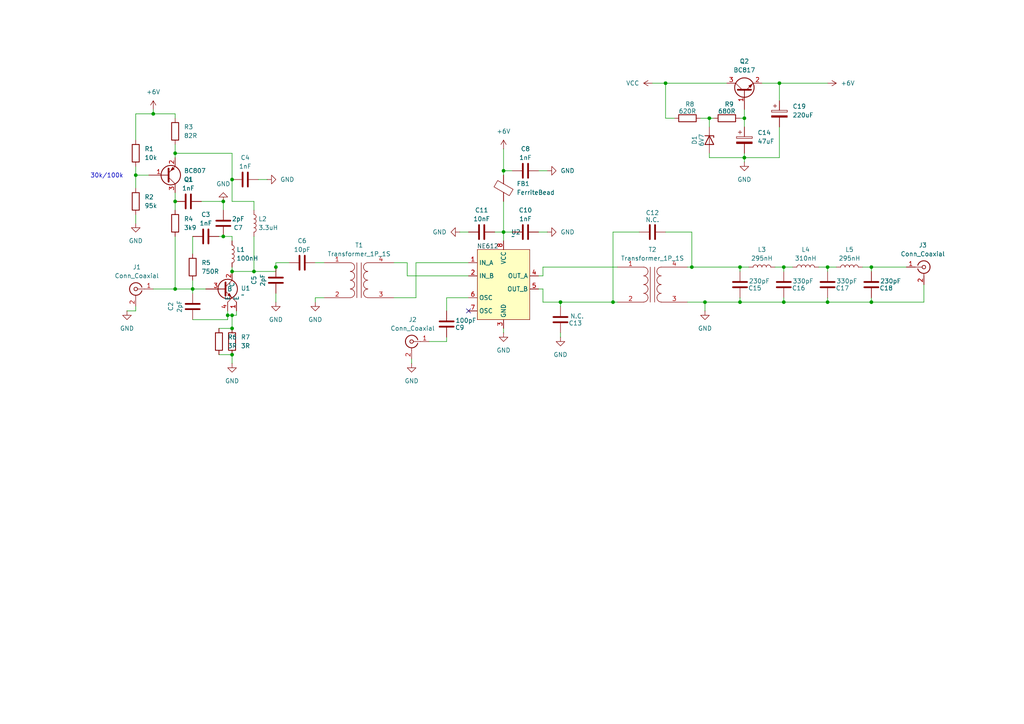
<source format=kicad_sch>
(kicad_sch
	(version 20231120)
	(generator "eeschema")
	(generator_version "8.0")
	(uuid "418fc051-9a17-4842-8f85-58def94b9108")
	(paper "A4")
	(lib_symbols
		(symbol "Connector:Conn_Coaxial"
			(pin_names
				(offset 1.016) hide)
			(exclude_from_sim no)
			(in_bom yes)
			(on_board yes)
			(property "Reference" "J"
				(at 0.254 3.048 0)
				(effects
					(font
						(size 1.27 1.27)
					)
				)
			)
			(property "Value" "Conn_Coaxial"
				(at 2.921 0 90)
				(effects
					(font
						(size 1.27 1.27)
					)
				)
			)
			(property "Footprint" ""
				(at 0 0 0)
				(effects
					(font
						(size 1.27 1.27)
					)
					(hide yes)
				)
			)
			(property "Datasheet" "~"
				(at 0 0 0)
				(effects
					(font
						(size 1.27 1.27)
					)
					(hide yes)
				)
			)
			(property "Description" "coaxial connector (BNC, SMA, SMB, SMC, Cinch/RCA, LEMO, ...)"
				(at 0 0 0)
				(effects
					(font
						(size 1.27 1.27)
					)
					(hide yes)
				)
			)
			(property "ki_keywords" "BNC SMA SMB SMC LEMO coaxial connector CINCH RCA MCX MMCX U.FL UMRF"
				(at 0 0 0)
				(effects
					(font
						(size 1.27 1.27)
					)
					(hide yes)
				)
			)
			(property "ki_fp_filters" "*BNC* *SMA* *SMB* *SMC* *Cinch* *LEMO* *UMRF* *MCX* *U.FL*"
				(at 0 0 0)
				(effects
					(font
						(size 1.27 1.27)
					)
					(hide yes)
				)
			)
			(symbol "Conn_Coaxial_0_1"
				(arc
					(start -1.778 -0.508)
					(mid 0.2311 -1.8066)
					(end 1.778 0)
					(stroke
						(width 0.254)
						(type default)
					)
					(fill
						(type none)
					)
				)
				(polyline
					(pts
						(xy -2.54 0) (xy -0.508 0)
					)
					(stroke
						(width 0)
						(type default)
					)
					(fill
						(type none)
					)
				)
				(polyline
					(pts
						(xy 0 -2.54) (xy 0 -1.778)
					)
					(stroke
						(width 0)
						(type default)
					)
					(fill
						(type none)
					)
				)
				(circle
					(center 0 0)
					(radius 0.508)
					(stroke
						(width 0.2032)
						(type default)
					)
					(fill
						(type none)
					)
				)
				(arc
					(start 1.778 0)
					(mid 0.2099 1.8101)
					(end -1.778 0.508)
					(stroke
						(width 0.254)
						(type default)
					)
					(fill
						(type none)
					)
				)
			)
			(symbol "Conn_Coaxial_1_1"
				(pin passive line
					(at -5.08 0 0)
					(length 2.54)
					(name "In"
						(effects
							(font
								(size 1.27 1.27)
							)
						)
					)
					(number "1"
						(effects
							(font
								(size 1.27 1.27)
							)
						)
					)
				)
				(pin passive line
					(at 0 -5.08 90)
					(length 2.54)
					(name "Ext"
						(effects
							(font
								(size 1.27 1.27)
							)
						)
					)
					(number "2"
						(effects
							(font
								(size 1.27 1.27)
							)
						)
					)
				)
			)
		)
		(symbol "Custom_Symbols:BFP196WN"
			(exclude_from_sim no)
			(in_bom yes)
			(on_board yes)
			(property "Reference" "U"
				(at 0 5.588 0)
				(effects
					(font
						(size 1.27 1.27)
					)
				)
			)
			(property "Value" ""
				(at 0 5.588 0)
				(effects
					(font
						(size 1.27 1.27)
					)
				)
			)
			(property "Footprint" ""
				(at 0 5.588 0)
				(effects
					(font
						(size 1.27 1.27)
					)
					(hide yes)
				)
			)
			(property "Datasheet" ""
				(at 0 5.588 0)
				(effects
					(font
						(size 1.27 1.27)
					)
					(hide yes)
				)
			)
			(property "Description" ""
				(at 0 5.588 0)
				(effects
					(font
						(size 1.27 1.27)
					)
					(hide yes)
				)
			)
			(symbol "BFP196WN_0_1"
				(circle
					(center -1.27 -5.08)
					(radius 2.8194)
					(stroke
						(width 0.254)
						(type default)
					)
					(fill
						(type none)
					)
				)
				(polyline
					(pts
						(xy -1.905 -4.445) (xy 0 -2.54)
					)
					(stroke
						(width 0)
						(type default)
					)
					(fill
						(type none)
					)
				)
				(polyline
					(pts
						(xy 0 -7.62) (xy -1.27 -8.89)
					)
					(stroke
						(width 0)
						(type default)
					)
					(fill
						(type none)
					)
				)
				(polyline
					(pts
						(xy 0 -7.62) (xy 1.27 -8.89)
					)
					(stroke
						(width 0)
						(type default)
					)
					(fill
						(type none)
					)
				)
				(polyline
					(pts
						(xy -1.905 -5.715) (xy 0 -7.62) (xy 0 -7.62)
					)
					(stroke
						(width 0)
						(type default)
					)
					(fill
						(type none)
					)
				)
				(polyline
					(pts
						(xy -1.905 -3.175) (xy -1.905 -6.985) (xy -1.905 -6.985)
					)
					(stroke
						(width 0.508)
						(type default)
					)
					(fill
						(type none)
					)
				)
				(polyline
					(pts
						(xy -1.27 -6.858) (xy -0.762 -6.35) (xy -0.254 -7.366) (xy -1.27 -6.858) (xy -1.27 -6.858)
					)
					(stroke
						(width 0)
						(type default)
					)
					(fill
						(type outline)
					)
				)
			)
			(symbol "BFP196WN_1_1"
				(pin passive line
					(at 1.27 -11.43 90)
					(length 2.54)
					(name "E"
						(effects
							(font
								(size 1.27 1.27)
							)
						)
					)
					(number "1"
						(effects
							(font
								(size 1.27 1.27)
							)
						)
					)
				)
				(pin passive line
					(at 0 0 270)
					(length 2.54)
					(name "C"
						(effects
							(font
								(size 1.27 1.27)
							)
						)
					)
					(number "2"
						(effects
							(font
								(size 1.27 1.27)
							)
						)
					)
				)
				(pin passive line
					(at -7.62 -5.08 0)
					(length 5.715)
					(name "B"
						(effects
							(font
								(size 1.27 1.27)
							)
						)
					)
					(number "3"
						(effects
							(font
								(size 1.27 1.27)
							)
						)
					)
				)
				(pin passive line
					(at -1.27 -11.43 90)
					(length 2.54)
					(name "E"
						(effects
							(font
								(size 1.27 1.27)
							)
						)
					)
					(number "4"
						(effects
							(font
								(size 1.27 1.27)
							)
						)
					)
				)
			)
		)
		(symbol "Custom_Symbols:NE612"
			(exclude_from_sim no)
			(in_bom yes)
			(on_board yes)
			(property "Reference" "U"
				(at 5.334 16.764 0)
				(effects
					(font
						(size 1.27 1.27)
					)
				)
			)
			(property "Value" ""
				(at 0 0 0)
				(effects
					(font
						(size 1.27 1.27)
					)
				)
			)
			(property "Footprint" ""
				(at 0 0 0)
				(effects
					(font
						(size 1.27 1.27)
					)
					(hide yes)
				)
			)
			(property "Datasheet" ""
				(at 0 0 0)
				(effects
					(font
						(size 1.27 1.27)
					)
					(hide yes)
				)
			)
			(property "Description" ""
				(at 0 0 0)
				(effects
					(font
						(size 1.27 1.27)
					)
					(hide yes)
				)
			)
			(symbol "NE612_1_1"
				(rectangle
					(start -7.62 15.24)
					(end 7.62 -5.08)
					(stroke
						(width 0)
						(type default)
					)
					(fill
						(type background)
					)
				)
				(text "NE612"
					(at -4.572 16.256 0)
					(effects
						(font
							(size 1.27 1.27)
							(color 0 72 72 1)
						)
					)
				)
				(pin bidirectional line
					(at -10.16 11.43 0)
					(length 2.54)
					(name "IN_A"
						(effects
							(font
								(size 1.27 1.27)
							)
						)
					)
					(number "1"
						(effects
							(font
								(size 1.27 1.27)
							)
						)
					)
				)
				(pin bidirectional line
					(at -10.16 7.62 0)
					(length 2.54)
					(name "IN_B"
						(effects
							(font
								(size 1.27 1.27)
							)
						)
					)
					(number "2"
						(effects
							(font
								(size 1.27 1.27)
							)
						)
					)
				)
				(pin bidirectional line
					(at 0 -7.62 90)
					(length 2.54)
					(name "GND"
						(effects
							(font
								(size 1.27 1.27)
							)
						)
					)
					(number "3"
						(effects
							(font
								(size 1.27 1.27)
							)
						)
					)
				)
				(pin bidirectional line
					(at 10.16 7.62 180)
					(length 2.54)
					(name "OUT_A"
						(effects
							(font
								(size 1.27 1.27)
							)
						)
					)
					(number "4"
						(effects
							(font
								(size 1.27 1.27)
							)
						)
					)
				)
				(pin bidirectional line
					(at 10.16 3.81 180)
					(length 2.54)
					(name "OUT_B"
						(effects
							(font
								(size 1.27 1.27)
							)
						)
					)
					(number "5"
						(effects
							(font
								(size 1.27 1.27)
							)
						)
					)
				)
				(pin bidirectional line
					(at -10.16 1.27 0)
					(length 2.54)
					(name "OSC"
						(effects
							(font
								(size 1.27 1.27)
							)
						)
					)
					(number "6"
						(effects
							(font
								(size 1.27 1.27)
							)
						)
					)
				)
				(pin bidirectional line
					(at -10.16 -2.54 0)
					(length 2.54)
					(name "OSC"
						(effects
							(font
								(size 1.27 1.27)
							)
						)
					)
					(number "7"
						(effects
							(font
								(size 1.27 1.27)
							)
						)
					)
				)
				(pin bidirectional line
					(at 0 17.78 270)
					(length 2.54)
					(name "VCC"
						(effects
							(font
								(size 1.27 1.27)
							)
						)
					)
					(number "8"
						(effects
							(font
								(size 1.27 1.27)
							)
						)
					)
				)
			)
		)
		(symbol "Device:C"
			(pin_numbers hide)
			(pin_names
				(offset 0.254)
			)
			(exclude_from_sim no)
			(in_bom yes)
			(on_board yes)
			(property "Reference" "C"
				(at 0.635 2.54 0)
				(effects
					(font
						(size 1.27 1.27)
					)
					(justify left)
				)
			)
			(property "Value" "C"
				(at 0.635 -2.54 0)
				(effects
					(font
						(size 1.27 1.27)
					)
					(justify left)
				)
			)
			(property "Footprint" ""
				(at 0.9652 -3.81 0)
				(effects
					(font
						(size 1.27 1.27)
					)
					(hide yes)
				)
			)
			(property "Datasheet" "~"
				(at 0 0 0)
				(effects
					(font
						(size 1.27 1.27)
					)
					(hide yes)
				)
			)
			(property "Description" "Unpolarized capacitor"
				(at 0 0 0)
				(effects
					(font
						(size 1.27 1.27)
					)
					(hide yes)
				)
			)
			(property "ki_keywords" "cap capacitor"
				(at 0 0 0)
				(effects
					(font
						(size 1.27 1.27)
					)
					(hide yes)
				)
			)
			(property "ki_fp_filters" "C_*"
				(at 0 0 0)
				(effects
					(font
						(size 1.27 1.27)
					)
					(hide yes)
				)
			)
			(symbol "C_0_1"
				(polyline
					(pts
						(xy -2.032 -0.762) (xy 2.032 -0.762)
					)
					(stroke
						(width 0.508)
						(type default)
					)
					(fill
						(type none)
					)
				)
				(polyline
					(pts
						(xy -2.032 0.762) (xy 2.032 0.762)
					)
					(stroke
						(width 0.508)
						(type default)
					)
					(fill
						(type none)
					)
				)
			)
			(symbol "C_1_1"
				(pin passive line
					(at 0 3.81 270)
					(length 2.794)
					(name "~"
						(effects
							(font
								(size 1.27 1.27)
							)
						)
					)
					(number "1"
						(effects
							(font
								(size 1.27 1.27)
							)
						)
					)
				)
				(pin passive line
					(at 0 -3.81 90)
					(length 2.794)
					(name "~"
						(effects
							(font
								(size 1.27 1.27)
							)
						)
					)
					(number "2"
						(effects
							(font
								(size 1.27 1.27)
							)
						)
					)
				)
			)
		)
		(symbol "Device:C_Polarized"
			(pin_numbers hide)
			(pin_names
				(offset 0.254)
			)
			(exclude_from_sim no)
			(in_bom yes)
			(on_board yes)
			(property "Reference" "C"
				(at 0.635 2.54 0)
				(effects
					(font
						(size 1.27 1.27)
					)
					(justify left)
				)
			)
			(property "Value" "C_Polarized"
				(at 0.635 -2.54 0)
				(effects
					(font
						(size 1.27 1.27)
					)
					(justify left)
				)
			)
			(property "Footprint" ""
				(at 0.9652 -3.81 0)
				(effects
					(font
						(size 1.27 1.27)
					)
					(hide yes)
				)
			)
			(property "Datasheet" "~"
				(at 0 0 0)
				(effects
					(font
						(size 1.27 1.27)
					)
					(hide yes)
				)
			)
			(property "Description" "Polarized capacitor"
				(at 0 0 0)
				(effects
					(font
						(size 1.27 1.27)
					)
					(hide yes)
				)
			)
			(property "ki_keywords" "cap capacitor"
				(at 0 0 0)
				(effects
					(font
						(size 1.27 1.27)
					)
					(hide yes)
				)
			)
			(property "ki_fp_filters" "CP_*"
				(at 0 0 0)
				(effects
					(font
						(size 1.27 1.27)
					)
					(hide yes)
				)
			)
			(symbol "C_Polarized_0_1"
				(rectangle
					(start -2.286 0.508)
					(end 2.286 1.016)
					(stroke
						(width 0)
						(type default)
					)
					(fill
						(type none)
					)
				)
				(polyline
					(pts
						(xy -1.778 2.286) (xy -0.762 2.286)
					)
					(stroke
						(width 0)
						(type default)
					)
					(fill
						(type none)
					)
				)
				(polyline
					(pts
						(xy -1.27 2.794) (xy -1.27 1.778)
					)
					(stroke
						(width 0)
						(type default)
					)
					(fill
						(type none)
					)
				)
				(rectangle
					(start 2.286 -0.508)
					(end -2.286 -1.016)
					(stroke
						(width 0)
						(type default)
					)
					(fill
						(type outline)
					)
				)
			)
			(symbol "C_Polarized_1_1"
				(pin passive line
					(at 0 3.81 270)
					(length 2.794)
					(name "~"
						(effects
							(font
								(size 1.27 1.27)
							)
						)
					)
					(number "1"
						(effects
							(font
								(size 1.27 1.27)
							)
						)
					)
				)
				(pin passive line
					(at 0 -3.81 90)
					(length 2.794)
					(name "~"
						(effects
							(font
								(size 1.27 1.27)
							)
						)
					)
					(number "2"
						(effects
							(font
								(size 1.27 1.27)
							)
						)
					)
				)
			)
		)
		(symbol "Device:D_Zener"
			(pin_numbers hide)
			(pin_names
				(offset 1.016) hide)
			(exclude_from_sim no)
			(in_bom yes)
			(on_board yes)
			(property "Reference" "D"
				(at 0 2.54 0)
				(effects
					(font
						(size 1.27 1.27)
					)
				)
			)
			(property "Value" "D_Zener"
				(at 0 -2.54 0)
				(effects
					(font
						(size 1.27 1.27)
					)
				)
			)
			(property "Footprint" ""
				(at 0 0 0)
				(effects
					(font
						(size 1.27 1.27)
					)
					(hide yes)
				)
			)
			(property "Datasheet" "~"
				(at 0 0 0)
				(effects
					(font
						(size 1.27 1.27)
					)
					(hide yes)
				)
			)
			(property "Description" "Zener diode"
				(at 0 0 0)
				(effects
					(font
						(size 1.27 1.27)
					)
					(hide yes)
				)
			)
			(property "ki_keywords" "diode"
				(at 0 0 0)
				(effects
					(font
						(size 1.27 1.27)
					)
					(hide yes)
				)
			)
			(property "ki_fp_filters" "TO-???* *_Diode_* *SingleDiode* D_*"
				(at 0 0 0)
				(effects
					(font
						(size 1.27 1.27)
					)
					(hide yes)
				)
			)
			(symbol "D_Zener_0_1"
				(polyline
					(pts
						(xy 1.27 0) (xy -1.27 0)
					)
					(stroke
						(width 0)
						(type default)
					)
					(fill
						(type none)
					)
				)
				(polyline
					(pts
						(xy -1.27 -1.27) (xy -1.27 1.27) (xy -0.762 1.27)
					)
					(stroke
						(width 0.254)
						(type default)
					)
					(fill
						(type none)
					)
				)
				(polyline
					(pts
						(xy 1.27 -1.27) (xy 1.27 1.27) (xy -1.27 0) (xy 1.27 -1.27)
					)
					(stroke
						(width 0.254)
						(type default)
					)
					(fill
						(type none)
					)
				)
			)
			(symbol "D_Zener_1_1"
				(pin passive line
					(at -3.81 0 0)
					(length 2.54)
					(name "K"
						(effects
							(font
								(size 1.27 1.27)
							)
						)
					)
					(number "1"
						(effects
							(font
								(size 1.27 1.27)
							)
						)
					)
				)
				(pin passive line
					(at 3.81 0 180)
					(length 2.54)
					(name "A"
						(effects
							(font
								(size 1.27 1.27)
							)
						)
					)
					(number "2"
						(effects
							(font
								(size 1.27 1.27)
							)
						)
					)
				)
			)
		)
		(symbol "Device:FerriteBead"
			(pin_numbers hide)
			(pin_names
				(offset 0)
			)
			(exclude_from_sim no)
			(in_bom yes)
			(on_board yes)
			(property "Reference" "FB"
				(at -3.81 0.635 90)
				(effects
					(font
						(size 1.27 1.27)
					)
				)
			)
			(property "Value" "FerriteBead"
				(at 3.81 0 90)
				(effects
					(font
						(size 1.27 1.27)
					)
				)
			)
			(property "Footprint" ""
				(at -1.778 0 90)
				(effects
					(font
						(size 1.27 1.27)
					)
					(hide yes)
				)
			)
			(property "Datasheet" "~"
				(at 0 0 0)
				(effects
					(font
						(size 1.27 1.27)
					)
					(hide yes)
				)
			)
			(property "Description" "Ferrite bead"
				(at 0 0 0)
				(effects
					(font
						(size 1.27 1.27)
					)
					(hide yes)
				)
			)
			(property "ki_keywords" "L ferrite bead inductor filter"
				(at 0 0 0)
				(effects
					(font
						(size 1.27 1.27)
					)
					(hide yes)
				)
			)
			(property "ki_fp_filters" "Inductor_* L_* *Ferrite*"
				(at 0 0 0)
				(effects
					(font
						(size 1.27 1.27)
					)
					(hide yes)
				)
			)
			(symbol "FerriteBead_0_1"
				(polyline
					(pts
						(xy 0 -1.27) (xy 0 -1.2192)
					)
					(stroke
						(width 0)
						(type default)
					)
					(fill
						(type none)
					)
				)
				(polyline
					(pts
						(xy 0 1.27) (xy 0 1.2954)
					)
					(stroke
						(width 0)
						(type default)
					)
					(fill
						(type none)
					)
				)
				(polyline
					(pts
						(xy -2.7686 0.4064) (xy -1.7018 2.2606) (xy 2.7686 -0.3048) (xy 1.6764 -2.159) (xy -2.7686 0.4064)
					)
					(stroke
						(width 0)
						(type default)
					)
					(fill
						(type none)
					)
				)
			)
			(symbol "FerriteBead_1_1"
				(pin passive line
					(at 0 3.81 270)
					(length 2.54)
					(name "~"
						(effects
							(font
								(size 1.27 1.27)
							)
						)
					)
					(number "1"
						(effects
							(font
								(size 1.27 1.27)
							)
						)
					)
				)
				(pin passive line
					(at 0 -3.81 90)
					(length 2.54)
					(name "~"
						(effects
							(font
								(size 1.27 1.27)
							)
						)
					)
					(number "2"
						(effects
							(font
								(size 1.27 1.27)
							)
						)
					)
				)
			)
		)
		(symbol "Device:L"
			(pin_numbers hide)
			(pin_names
				(offset 1.016) hide)
			(exclude_from_sim no)
			(in_bom yes)
			(on_board yes)
			(property "Reference" "L"
				(at -1.27 0 90)
				(effects
					(font
						(size 1.27 1.27)
					)
				)
			)
			(property "Value" "L"
				(at 1.905 0 90)
				(effects
					(font
						(size 1.27 1.27)
					)
				)
			)
			(property "Footprint" ""
				(at 0 0 0)
				(effects
					(font
						(size 1.27 1.27)
					)
					(hide yes)
				)
			)
			(property "Datasheet" "~"
				(at 0 0 0)
				(effects
					(font
						(size 1.27 1.27)
					)
					(hide yes)
				)
			)
			(property "Description" "Inductor"
				(at 0 0 0)
				(effects
					(font
						(size 1.27 1.27)
					)
					(hide yes)
				)
			)
			(property "ki_keywords" "inductor choke coil reactor magnetic"
				(at 0 0 0)
				(effects
					(font
						(size 1.27 1.27)
					)
					(hide yes)
				)
			)
			(property "ki_fp_filters" "Choke_* *Coil* Inductor_* L_*"
				(at 0 0 0)
				(effects
					(font
						(size 1.27 1.27)
					)
					(hide yes)
				)
			)
			(symbol "L_0_1"
				(arc
					(start 0 -2.54)
					(mid 0.6323 -1.905)
					(end 0 -1.27)
					(stroke
						(width 0)
						(type default)
					)
					(fill
						(type none)
					)
				)
				(arc
					(start 0 -1.27)
					(mid 0.6323 -0.635)
					(end 0 0)
					(stroke
						(width 0)
						(type default)
					)
					(fill
						(type none)
					)
				)
				(arc
					(start 0 0)
					(mid 0.6323 0.635)
					(end 0 1.27)
					(stroke
						(width 0)
						(type default)
					)
					(fill
						(type none)
					)
				)
				(arc
					(start 0 1.27)
					(mid 0.6323 1.905)
					(end 0 2.54)
					(stroke
						(width 0)
						(type default)
					)
					(fill
						(type none)
					)
				)
			)
			(symbol "L_1_1"
				(pin passive line
					(at 0 3.81 270)
					(length 1.27)
					(name "1"
						(effects
							(font
								(size 1.27 1.27)
							)
						)
					)
					(number "1"
						(effects
							(font
								(size 1.27 1.27)
							)
						)
					)
				)
				(pin passive line
					(at 0 -3.81 90)
					(length 1.27)
					(name "2"
						(effects
							(font
								(size 1.27 1.27)
							)
						)
					)
					(number "2"
						(effects
							(font
								(size 1.27 1.27)
							)
						)
					)
				)
			)
		)
		(symbol "Device:R"
			(pin_numbers hide)
			(pin_names
				(offset 0)
			)
			(exclude_from_sim no)
			(in_bom yes)
			(on_board yes)
			(property "Reference" "R"
				(at 2.032 0 90)
				(effects
					(font
						(size 1.27 1.27)
					)
				)
			)
			(property "Value" "R"
				(at 0 0 90)
				(effects
					(font
						(size 1.27 1.27)
					)
				)
			)
			(property "Footprint" ""
				(at -1.778 0 90)
				(effects
					(font
						(size 1.27 1.27)
					)
					(hide yes)
				)
			)
			(property "Datasheet" "~"
				(at 0 0 0)
				(effects
					(font
						(size 1.27 1.27)
					)
					(hide yes)
				)
			)
			(property "Description" "Resistor"
				(at 0 0 0)
				(effects
					(font
						(size 1.27 1.27)
					)
					(hide yes)
				)
			)
			(property "ki_keywords" "R res resistor"
				(at 0 0 0)
				(effects
					(font
						(size 1.27 1.27)
					)
					(hide yes)
				)
			)
			(property "ki_fp_filters" "R_*"
				(at 0 0 0)
				(effects
					(font
						(size 1.27 1.27)
					)
					(hide yes)
				)
			)
			(symbol "R_0_1"
				(rectangle
					(start -1.016 -2.54)
					(end 1.016 2.54)
					(stroke
						(width 0.254)
						(type default)
					)
					(fill
						(type none)
					)
				)
			)
			(symbol "R_1_1"
				(pin passive line
					(at 0 3.81 270)
					(length 1.27)
					(name "~"
						(effects
							(font
								(size 1.27 1.27)
							)
						)
					)
					(number "1"
						(effects
							(font
								(size 1.27 1.27)
							)
						)
					)
				)
				(pin passive line
					(at 0 -3.81 90)
					(length 1.27)
					(name "~"
						(effects
							(font
								(size 1.27 1.27)
							)
						)
					)
					(number "2"
						(effects
							(font
								(size 1.27 1.27)
							)
						)
					)
				)
			)
		)
		(symbol "Device:Transformer_1P_1S"
			(pin_names
				(offset 1.016) hide)
			(exclude_from_sim no)
			(in_bom yes)
			(on_board yes)
			(property "Reference" "T"
				(at 0 6.35 0)
				(effects
					(font
						(size 1.27 1.27)
					)
				)
			)
			(property "Value" "Transformer_1P_1S"
				(at 0 -7.62 0)
				(effects
					(font
						(size 1.27 1.27)
					)
				)
			)
			(property "Footprint" ""
				(at 0 0 0)
				(effects
					(font
						(size 1.27 1.27)
					)
					(hide yes)
				)
			)
			(property "Datasheet" "~"
				(at 0 0 0)
				(effects
					(font
						(size 1.27 1.27)
					)
					(hide yes)
				)
			)
			(property "Description" "Transformer, single primary, single secondary"
				(at 0 0 0)
				(effects
					(font
						(size 1.27 1.27)
					)
					(hide yes)
				)
			)
			(property "ki_keywords" "transformer coil magnet"
				(at 0 0 0)
				(effects
					(font
						(size 1.27 1.27)
					)
					(hide yes)
				)
			)
			(symbol "Transformer_1P_1S_0_1"
				(arc
					(start -2.54 -5.0546)
					(mid -1.6599 -4.6901)
					(end -1.27 -3.81)
					(stroke
						(width 0)
						(type default)
					)
					(fill
						(type none)
					)
				)
				(arc
					(start -2.54 -2.5146)
					(mid -1.6599 -2.1501)
					(end -1.27 -1.27)
					(stroke
						(width 0)
						(type default)
					)
					(fill
						(type none)
					)
				)
				(arc
					(start -2.54 0.0254)
					(mid -1.6599 0.3899)
					(end -1.27 1.27)
					(stroke
						(width 0)
						(type default)
					)
					(fill
						(type none)
					)
				)
				(arc
					(start -2.54 2.5654)
					(mid -1.6599 2.9299)
					(end -1.27 3.81)
					(stroke
						(width 0)
						(type default)
					)
					(fill
						(type none)
					)
				)
				(arc
					(start -1.27 -3.81)
					(mid -1.642 -2.912)
					(end -2.54 -2.54)
					(stroke
						(width 0)
						(type default)
					)
					(fill
						(type none)
					)
				)
				(arc
					(start -1.27 -1.27)
					(mid -1.642 -0.372)
					(end -2.54 0)
					(stroke
						(width 0)
						(type default)
					)
					(fill
						(type none)
					)
				)
				(arc
					(start -1.27 1.27)
					(mid -1.642 2.168)
					(end -2.54 2.54)
					(stroke
						(width 0)
						(type default)
					)
					(fill
						(type none)
					)
				)
				(arc
					(start -1.27 3.81)
					(mid -1.642 4.708)
					(end -2.54 5.08)
					(stroke
						(width 0)
						(type default)
					)
					(fill
						(type none)
					)
				)
				(polyline
					(pts
						(xy -0.635 5.08) (xy -0.635 -5.08)
					)
					(stroke
						(width 0)
						(type default)
					)
					(fill
						(type none)
					)
				)
				(polyline
					(pts
						(xy 0.635 -5.08) (xy 0.635 5.08)
					)
					(stroke
						(width 0)
						(type default)
					)
					(fill
						(type none)
					)
				)
				(arc
					(start 1.2954 -1.27)
					(mid 1.6599 -2.1501)
					(end 2.54 -2.5146)
					(stroke
						(width 0)
						(type default)
					)
					(fill
						(type none)
					)
				)
				(arc
					(start 1.2954 1.27)
					(mid 1.6599 0.3899)
					(end 2.54 0.0254)
					(stroke
						(width 0)
						(type default)
					)
					(fill
						(type none)
					)
				)
				(arc
					(start 1.2954 3.81)
					(mid 1.6599 2.9299)
					(end 2.54 2.5654)
					(stroke
						(width 0)
						(type default)
					)
					(fill
						(type none)
					)
				)
				(arc
					(start 1.3208 -3.81)
					(mid 1.6853 -4.6901)
					(end 2.5654 -5.0546)
					(stroke
						(width 0)
						(type default)
					)
					(fill
						(type none)
					)
				)
				(arc
					(start 2.54 0)
					(mid 1.642 -0.372)
					(end 1.2954 -1.27)
					(stroke
						(width 0)
						(type default)
					)
					(fill
						(type none)
					)
				)
				(arc
					(start 2.54 2.54)
					(mid 1.642 2.168)
					(end 1.2954 1.27)
					(stroke
						(width 0)
						(type default)
					)
					(fill
						(type none)
					)
				)
				(arc
					(start 2.54 5.08)
					(mid 1.642 4.708)
					(end 1.2954 3.81)
					(stroke
						(width 0)
						(type default)
					)
					(fill
						(type none)
					)
				)
				(arc
					(start 2.5654 -2.54)
					(mid 1.6674 -2.912)
					(end 1.3208 -3.81)
					(stroke
						(width 0)
						(type default)
					)
					(fill
						(type none)
					)
				)
			)
			(symbol "Transformer_1P_1S_1_1"
				(pin passive line
					(at -10.16 5.08 0)
					(length 7.62)
					(name "AA"
						(effects
							(font
								(size 1.27 1.27)
							)
						)
					)
					(number "1"
						(effects
							(font
								(size 1.27 1.27)
							)
						)
					)
				)
				(pin passive line
					(at -10.16 -5.08 0)
					(length 7.62)
					(name "AB"
						(effects
							(font
								(size 1.27 1.27)
							)
						)
					)
					(number "2"
						(effects
							(font
								(size 1.27 1.27)
							)
						)
					)
				)
				(pin passive line
					(at 10.16 -5.08 180)
					(length 7.62)
					(name "SA"
						(effects
							(font
								(size 1.27 1.27)
							)
						)
					)
					(number "3"
						(effects
							(font
								(size 1.27 1.27)
							)
						)
					)
				)
				(pin passive line
					(at 10.16 5.08 180)
					(length 7.62)
					(name "SB"
						(effects
							(font
								(size 1.27 1.27)
							)
						)
					)
					(number "4"
						(effects
							(font
								(size 1.27 1.27)
							)
						)
					)
				)
			)
		)
		(symbol "Transistor_BJT:BC807"
			(pin_names
				(offset 0) hide)
			(exclude_from_sim no)
			(in_bom yes)
			(on_board yes)
			(property "Reference" "Q"
				(at 5.08 1.905 0)
				(effects
					(font
						(size 1.27 1.27)
					)
					(justify left)
				)
			)
			(property "Value" "BC807"
				(at 5.08 0 0)
				(effects
					(font
						(size 1.27 1.27)
					)
					(justify left)
				)
			)
			(property "Footprint" "Package_TO_SOT_SMD:SOT-23"
				(at 5.08 -1.905 0)
				(effects
					(font
						(size 1.27 1.27)
						(italic yes)
					)
					(justify left)
					(hide yes)
				)
			)
			(property "Datasheet" "https://www.onsemi.com/pub/Collateral/BC808-D.pdf"
				(at 0 0 0)
				(effects
					(font
						(size 1.27 1.27)
					)
					(justify left)
					(hide yes)
				)
			)
			(property "Description" "0.8A Ic, 45V Vce, PNP Transistor, SOT-23"
				(at 0 0 0)
				(effects
					(font
						(size 1.27 1.27)
					)
					(hide yes)
				)
			)
			(property "ki_keywords" "PNP Transistor"
				(at 0 0 0)
				(effects
					(font
						(size 1.27 1.27)
					)
					(hide yes)
				)
			)
			(property "ki_fp_filters" "SOT?23*"
				(at 0 0 0)
				(effects
					(font
						(size 1.27 1.27)
					)
					(hide yes)
				)
			)
			(symbol "BC807_0_1"
				(polyline
					(pts
						(xy 0.635 0.635) (xy 2.54 2.54)
					)
					(stroke
						(width 0)
						(type default)
					)
					(fill
						(type none)
					)
				)
				(polyline
					(pts
						(xy 0.635 -0.635) (xy 2.54 -2.54) (xy 2.54 -2.54)
					)
					(stroke
						(width 0)
						(type default)
					)
					(fill
						(type none)
					)
				)
				(polyline
					(pts
						(xy 0.635 1.905) (xy 0.635 -1.905) (xy 0.635 -1.905)
					)
					(stroke
						(width 0.508)
						(type default)
					)
					(fill
						(type none)
					)
				)
				(polyline
					(pts
						(xy 2.286 -1.778) (xy 1.778 -2.286) (xy 1.27 -1.27) (xy 2.286 -1.778) (xy 2.286 -1.778)
					)
					(stroke
						(width 0)
						(type default)
					)
					(fill
						(type outline)
					)
				)
				(circle
					(center 1.27 0)
					(radius 2.8194)
					(stroke
						(width 0.254)
						(type default)
					)
					(fill
						(type none)
					)
				)
			)
			(symbol "BC807_1_1"
				(pin input line
					(at -5.08 0 0)
					(length 5.715)
					(name "B"
						(effects
							(font
								(size 1.27 1.27)
							)
						)
					)
					(number "1"
						(effects
							(font
								(size 1.27 1.27)
							)
						)
					)
				)
				(pin passive line
					(at 2.54 -5.08 90)
					(length 2.54)
					(name "E"
						(effects
							(font
								(size 1.27 1.27)
							)
						)
					)
					(number "2"
						(effects
							(font
								(size 1.27 1.27)
							)
						)
					)
				)
				(pin passive line
					(at 2.54 5.08 270)
					(length 2.54)
					(name "C"
						(effects
							(font
								(size 1.27 1.27)
							)
						)
					)
					(number "3"
						(effects
							(font
								(size 1.27 1.27)
							)
						)
					)
				)
			)
		)
		(symbol "Transistor_BJT:BC817"
			(pin_names
				(offset 0) hide)
			(exclude_from_sim no)
			(in_bom yes)
			(on_board yes)
			(property "Reference" "Q"
				(at 5.08 1.905 0)
				(effects
					(font
						(size 1.27 1.27)
					)
					(justify left)
				)
			)
			(property "Value" "BC817"
				(at 5.08 0 0)
				(effects
					(font
						(size 1.27 1.27)
					)
					(justify left)
				)
			)
			(property "Footprint" "Package_TO_SOT_SMD:SOT-23"
				(at 5.08 -1.905 0)
				(effects
					(font
						(size 1.27 1.27)
						(italic yes)
					)
					(justify left)
					(hide yes)
				)
			)
			(property "Datasheet" "https://www.onsemi.com/pub/Collateral/BC818-D.pdf"
				(at 0 0 0)
				(effects
					(font
						(size 1.27 1.27)
					)
					(justify left)
					(hide yes)
				)
			)
			(property "Description" "0.8A Ic, 45V Vce, NPN Transistor, SOT-23"
				(at 0 0 0)
				(effects
					(font
						(size 1.27 1.27)
					)
					(hide yes)
				)
			)
			(property "ki_keywords" "NPN Transistor"
				(at 0 0 0)
				(effects
					(font
						(size 1.27 1.27)
					)
					(hide yes)
				)
			)
			(property "ki_fp_filters" "SOT?23*"
				(at 0 0 0)
				(effects
					(font
						(size 1.27 1.27)
					)
					(hide yes)
				)
			)
			(symbol "BC817_0_1"
				(polyline
					(pts
						(xy 0.635 0.635) (xy 2.54 2.54)
					)
					(stroke
						(width 0)
						(type default)
					)
					(fill
						(type none)
					)
				)
				(polyline
					(pts
						(xy 0.635 -0.635) (xy 2.54 -2.54) (xy 2.54 -2.54)
					)
					(stroke
						(width 0)
						(type default)
					)
					(fill
						(type none)
					)
				)
				(polyline
					(pts
						(xy 0.635 1.905) (xy 0.635 -1.905) (xy 0.635 -1.905)
					)
					(stroke
						(width 0.508)
						(type default)
					)
					(fill
						(type none)
					)
				)
				(polyline
					(pts
						(xy 1.27 -1.778) (xy 1.778 -1.27) (xy 2.286 -2.286) (xy 1.27 -1.778) (xy 1.27 -1.778)
					)
					(stroke
						(width 0)
						(type default)
					)
					(fill
						(type outline)
					)
				)
				(circle
					(center 1.27 0)
					(radius 2.8194)
					(stroke
						(width 0.254)
						(type default)
					)
					(fill
						(type none)
					)
				)
			)
			(symbol "BC817_1_1"
				(pin input line
					(at -5.08 0 0)
					(length 5.715)
					(name "B"
						(effects
							(font
								(size 1.27 1.27)
							)
						)
					)
					(number "1"
						(effects
							(font
								(size 1.27 1.27)
							)
						)
					)
				)
				(pin passive line
					(at 2.54 -5.08 90)
					(length 2.54)
					(name "E"
						(effects
							(font
								(size 1.27 1.27)
							)
						)
					)
					(number "2"
						(effects
							(font
								(size 1.27 1.27)
							)
						)
					)
				)
				(pin passive line
					(at 2.54 5.08 270)
					(length 2.54)
					(name "C"
						(effects
							(font
								(size 1.27 1.27)
							)
						)
					)
					(number "3"
						(effects
							(font
								(size 1.27 1.27)
							)
						)
					)
				)
			)
		)
		(symbol "power:+6V"
			(power)
			(pin_numbers hide)
			(pin_names
				(offset 0) hide)
			(exclude_from_sim no)
			(in_bom yes)
			(on_board yes)
			(property "Reference" "#PWR"
				(at 0 -3.81 0)
				(effects
					(font
						(size 1.27 1.27)
					)
					(hide yes)
				)
			)
			(property "Value" "+6V"
				(at 0 3.556 0)
				(effects
					(font
						(size 1.27 1.27)
					)
				)
			)
			(property "Footprint" ""
				(at 0 0 0)
				(effects
					(font
						(size 1.27 1.27)
					)
					(hide yes)
				)
			)
			(property "Datasheet" ""
				(at 0 0 0)
				(effects
					(font
						(size 1.27 1.27)
					)
					(hide yes)
				)
			)
			(property "Description" "Power symbol creates a global label with name \"+6V\""
				(at 0 0 0)
				(effects
					(font
						(size 1.27 1.27)
					)
					(hide yes)
				)
			)
			(property "ki_keywords" "global power"
				(at 0 0 0)
				(effects
					(font
						(size 1.27 1.27)
					)
					(hide yes)
				)
			)
			(symbol "+6V_0_1"
				(polyline
					(pts
						(xy -0.762 1.27) (xy 0 2.54)
					)
					(stroke
						(width 0)
						(type default)
					)
					(fill
						(type none)
					)
				)
				(polyline
					(pts
						(xy 0 0) (xy 0 2.54)
					)
					(stroke
						(width 0)
						(type default)
					)
					(fill
						(type none)
					)
				)
				(polyline
					(pts
						(xy 0 2.54) (xy 0.762 1.27)
					)
					(stroke
						(width 0)
						(type default)
					)
					(fill
						(type none)
					)
				)
			)
			(symbol "+6V_1_1"
				(pin power_in line
					(at 0 0 90)
					(length 0)
					(name "~"
						(effects
							(font
								(size 1.27 1.27)
							)
						)
					)
					(number "1"
						(effects
							(font
								(size 1.27 1.27)
							)
						)
					)
				)
			)
		)
		(symbol "power:GND"
			(power)
			(pin_numbers hide)
			(pin_names
				(offset 0) hide)
			(exclude_from_sim no)
			(in_bom yes)
			(on_board yes)
			(property "Reference" "#PWR"
				(at 0 -6.35 0)
				(effects
					(font
						(size 1.27 1.27)
					)
					(hide yes)
				)
			)
			(property "Value" "GND"
				(at 0 -3.81 0)
				(effects
					(font
						(size 1.27 1.27)
					)
				)
			)
			(property "Footprint" ""
				(at 0 0 0)
				(effects
					(font
						(size 1.27 1.27)
					)
					(hide yes)
				)
			)
			(property "Datasheet" ""
				(at 0 0 0)
				(effects
					(font
						(size 1.27 1.27)
					)
					(hide yes)
				)
			)
			(property "Description" "Power symbol creates a global label with name \"GND\" , ground"
				(at 0 0 0)
				(effects
					(font
						(size 1.27 1.27)
					)
					(hide yes)
				)
			)
			(property "ki_keywords" "global power"
				(at 0 0 0)
				(effects
					(font
						(size 1.27 1.27)
					)
					(hide yes)
				)
			)
			(symbol "GND_0_1"
				(polyline
					(pts
						(xy 0 0) (xy 0 -1.27) (xy 1.27 -1.27) (xy 0 -2.54) (xy -1.27 -1.27) (xy 0 -1.27)
					)
					(stroke
						(width 0)
						(type default)
					)
					(fill
						(type none)
					)
				)
			)
			(symbol "GND_1_1"
				(pin power_in line
					(at 0 0 270)
					(length 0)
					(name "~"
						(effects
							(font
								(size 1.27 1.27)
							)
						)
					)
					(number "1"
						(effects
							(font
								(size 1.27 1.27)
							)
						)
					)
				)
			)
		)
		(symbol "power:VCC"
			(power)
			(pin_numbers hide)
			(pin_names
				(offset 0) hide)
			(exclude_from_sim no)
			(in_bom yes)
			(on_board yes)
			(property "Reference" "#PWR"
				(at 0 -3.81 0)
				(effects
					(font
						(size 1.27 1.27)
					)
					(hide yes)
				)
			)
			(property "Value" "VCC"
				(at 0 3.556 0)
				(effects
					(font
						(size 1.27 1.27)
					)
				)
			)
			(property "Footprint" ""
				(at 0 0 0)
				(effects
					(font
						(size 1.27 1.27)
					)
					(hide yes)
				)
			)
			(property "Datasheet" ""
				(at 0 0 0)
				(effects
					(font
						(size 1.27 1.27)
					)
					(hide yes)
				)
			)
			(property "Description" "Power symbol creates a global label with name \"VCC\""
				(at 0 0 0)
				(effects
					(font
						(size 1.27 1.27)
					)
					(hide yes)
				)
			)
			(property "ki_keywords" "global power"
				(at 0 0 0)
				(effects
					(font
						(size 1.27 1.27)
					)
					(hide yes)
				)
			)
			(symbol "VCC_0_1"
				(polyline
					(pts
						(xy -0.762 1.27) (xy 0 2.54)
					)
					(stroke
						(width 0)
						(type default)
					)
					(fill
						(type none)
					)
				)
				(polyline
					(pts
						(xy 0 0) (xy 0 2.54)
					)
					(stroke
						(width 0)
						(type default)
					)
					(fill
						(type none)
					)
				)
				(polyline
					(pts
						(xy 0 2.54) (xy 0.762 1.27)
					)
					(stroke
						(width 0)
						(type default)
					)
					(fill
						(type none)
					)
				)
			)
			(symbol "VCC_1_1"
				(pin power_in line
					(at 0 0 90)
					(length 0)
					(name "~"
						(effects
							(font
								(size 1.27 1.27)
							)
						)
					)
					(number "1"
						(effects
							(font
								(size 1.27 1.27)
							)
						)
					)
				)
			)
		)
	)
	(junction
		(at 205.74 34.29)
		(diameter 0)
		(color 0 0 0 0)
		(uuid "0e9cd4ec-646b-4f45-8b10-6453386c2e58")
	)
	(junction
		(at 55.88 83.82)
		(diameter 0)
		(color 0 0 0 0)
		(uuid "19d3a5fe-22c1-426a-88fe-85ec3e4e94b2")
	)
	(junction
		(at 50.8 44.45)
		(diameter 0)
		(color 0 0 0 0)
		(uuid "1ec97872-7967-42a7-b001-8955e1dbc726")
	)
	(junction
		(at 252.73 87.63)
		(diameter 0)
		(color 0 0 0 0)
		(uuid "2136e165-8fb2-43eb-8e4d-79af3323712c")
	)
	(junction
		(at 66.04 91.44)
		(diameter 0)
		(color 0 0 0 0)
		(uuid "28b2a5ee-1676-4150-9ee0-b6677eba5194")
	)
	(junction
		(at 67.31 102.87)
		(diameter 0)
		(color 0 0 0 0)
		(uuid "3bdd767a-e9be-4ddb-ac3c-286502e09e54")
	)
	(junction
		(at 67.31 95.25)
		(diameter 0)
		(color 0 0 0 0)
		(uuid "486fe897-37a9-4d06-a5ca-d71576ee0dba")
	)
	(junction
		(at 67.31 78.74)
		(diameter 0)
		(color 0 0 0 0)
		(uuid "5fdaebe8-58db-4e80-a0e2-5a2f438ec16b")
	)
	(junction
		(at 215.9 34.29)
		(diameter 0)
		(color 0 0 0 0)
		(uuid "6b0f44eb-aa63-4bea-930c-2394195ee78a")
	)
	(junction
		(at 146.05 67.31)
		(diameter 0)
		(color 0 0 0 0)
		(uuid "95acae0a-d160-46fa-9de9-eb52d7cea9a2")
	)
	(junction
		(at 80.01 77.47)
		(diameter 0)
		(color 0 0 0 0)
		(uuid "95d08965-9438-4761-b2dd-634849c3555d")
	)
	(junction
		(at 214.63 77.47)
		(diameter 0)
		(color 0 0 0 0)
		(uuid "99187a6d-2260-4785-b562-bc3cc3ef72d9")
	)
	(junction
		(at 193.04 24.13)
		(diameter 0)
		(color 0 0 0 0)
		(uuid "a2fd6db5-8bac-402b-aeac-2189529c1698")
	)
	(junction
		(at 73.66 78.74)
		(diameter 0)
		(color 0 0 0 0)
		(uuid "aa5a5ec5-3db5-4219-86dd-d28572ed6335")
	)
	(junction
		(at 226.06 24.13)
		(diameter 0)
		(color 0 0 0 0)
		(uuid "ab376469-3245-4027-a01f-554756b4e0bc")
	)
	(junction
		(at 67.31 91.44)
		(diameter 0)
		(color 0 0 0 0)
		(uuid "adb21dd4-f9cd-4592-bae6-0ec052fa0aef")
	)
	(junction
		(at 240.03 87.63)
		(diameter 0)
		(color 0 0 0 0)
		(uuid "ae3c3398-beba-4549-82c8-80fb693fbf56")
	)
	(junction
		(at 177.8 87.63)
		(diameter 0)
		(color 0 0 0 0)
		(uuid "af9727ca-024d-4276-a998-a8e28b473b66")
	)
	(junction
		(at 240.03 77.47)
		(diameter 0)
		(color 0 0 0 0)
		(uuid "b2b406d2-acf6-4a7b-b66d-f745ebc19077")
	)
	(junction
		(at 162.56 87.63)
		(diameter 0)
		(color 0 0 0 0)
		(uuid "b96faab7-8e29-446a-9390-188cf1dd4ace")
	)
	(junction
		(at 67.31 52.07)
		(diameter 0)
		(color 0 0 0 0)
		(uuid "c0618969-a1d3-4789-8c43-218ab28fa6ec")
	)
	(junction
		(at 50.8 83.82)
		(diameter 0)
		(color 0 0 0 0)
		(uuid "c3c489b0-a0e3-4280-85ff-94a7868af5a7")
	)
	(junction
		(at 252.73 77.47)
		(diameter 0)
		(color 0 0 0 0)
		(uuid "c9176643-dc22-4c5e-9457-235a60ccc7aa")
	)
	(junction
		(at 146.05 49.53)
		(diameter 0)
		(color 0 0 0 0)
		(uuid "ca410ee9-7481-4451-8339-966c42ecc14e")
	)
	(junction
		(at 204.47 87.63)
		(diameter 0)
		(color 0 0 0 0)
		(uuid "cd5e7c8f-5929-48c3-a92a-ea784a31f39f")
	)
	(junction
		(at 50.8 58.42)
		(diameter 0)
		(color 0 0 0 0)
		(uuid "cf9c7ae8-3707-40ca-bebb-87db38e2b0f3")
	)
	(junction
		(at 44.45 33.02)
		(diameter 0)
		(color 0 0 0 0)
		(uuid "df2c0c7f-c414-42ea-999b-c9846ec29383")
	)
	(junction
		(at 200.66 77.47)
		(diameter 0)
		(color 0 0 0 0)
		(uuid "e09fd476-2d23-44b7-b790-f5444297b815")
	)
	(junction
		(at 227.33 87.63)
		(diameter 0)
		(color 0 0 0 0)
		(uuid "e28d6ce2-1c83-48b9-87f6-eb87c621e22d")
	)
	(junction
		(at 227.33 77.47)
		(diameter 0)
		(color 0 0 0 0)
		(uuid "e609d918-d9e8-4304-adaa-bf8025182384")
	)
	(junction
		(at 64.77 68.58)
		(diameter 0)
		(color 0 0 0 0)
		(uuid "e9adc452-01ff-4c66-a8e4-af4ae4e53260")
	)
	(junction
		(at 214.63 87.63)
		(diameter 0)
		(color 0 0 0 0)
		(uuid "f5b6a92c-8950-4128-ac41-760c5b683cf5")
	)
	(junction
		(at 215.9 45.72)
		(diameter 0)
		(color 0 0 0 0)
		(uuid "fad3e621-8ee9-4c02-a4f2-ae3167193f4c")
	)
	(junction
		(at 64.77 58.42)
		(diameter 0)
		(color 0 0 0 0)
		(uuid "fb9f4b38-3c1d-486e-bba2-3c788f09094b")
	)
	(junction
		(at 39.37 50.8)
		(diameter 0)
		(color 0 0 0 0)
		(uuid "ff9cd3aa-d240-4ca2-8533-916f50ae5cd3")
	)
	(no_connect
		(at 135.89 90.17)
		(uuid "619bf272-0686-4150-94b4-4ea332618a0a")
	)
	(wire
		(pts
			(xy 193.04 24.13) (xy 193.04 34.29)
		)
		(stroke
			(width 0)
			(type default)
		)
		(uuid "0304e40d-2de8-47f6-93a1-1629e1f0b9dc")
	)
	(wire
		(pts
			(xy 50.8 55.88) (xy 50.8 58.42)
		)
		(stroke
			(width 0)
			(type default)
		)
		(uuid "057174a2-0e4e-4728-8620-85d965dd2a61")
	)
	(wire
		(pts
			(xy 156.21 83.82) (xy 157.48 83.82)
		)
		(stroke
			(width 0)
			(type default)
		)
		(uuid "076fa337-5a60-4cd8-a8be-95d454fd58be")
	)
	(wire
		(pts
			(xy 203.2 34.29) (xy 205.74 34.29)
		)
		(stroke
			(width 0)
			(type default)
		)
		(uuid "099743db-f28e-46c4-8f63-0301dde20111")
	)
	(wire
		(pts
			(xy 226.06 24.13) (xy 226.06 29.21)
		)
		(stroke
			(width 0)
			(type default)
		)
		(uuid "0cbf66c5-d33b-4c75-8d5c-e7e6e3372042")
	)
	(wire
		(pts
			(xy 252.73 87.63) (xy 267.97 87.63)
		)
		(stroke
			(width 0)
			(type default)
		)
		(uuid "0e52e871-9500-436f-b9a6-695ee7af8b64")
	)
	(wire
		(pts
			(xy 193.04 34.29) (xy 195.58 34.29)
		)
		(stroke
			(width 0)
			(type default)
		)
		(uuid "0f426b32-7b51-4041-b2e1-f348aaf9808d")
	)
	(wire
		(pts
			(xy 50.8 34.29) (xy 50.8 33.02)
		)
		(stroke
			(width 0)
			(type default)
		)
		(uuid "0f9298ad-3e99-470e-830c-9592cce41254")
	)
	(wire
		(pts
			(xy 120.65 76.2) (xy 120.65 86.36)
		)
		(stroke
			(width 0)
			(type default)
		)
		(uuid "1022ee69-0933-45c9-8459-436a49dc6b66")
	)
	(wire
		(pts
			(xy 205.74 45.72) (xy 205.74 44.45)
		)
		(stroke
			(width 0)
			(type default)
		)
		(uuid "11ebd856-2745-4a25-855a-8099108dc170")
	)
	(wire
		(pts
			(xy 240.03 77.47) (xy 240.03 78.74)
		)
		(stroke
			(width 0)
			(type default)
		)
		(uuid "12337bee-d706-4ac5-9f80-074fd4a8140d")
	)
	(wire
		(pts
			(xy 220.98 24.13) (xy 226.06 24.13)
		)
		(stroke
			(width 0)
			(type default)
		)
		(uuid "12638f1f-2208-4a18-82ae-6ba7d0d30493")
	)
	(wire
		(pts
			(xy 157.48 87.63) (xy 162.56 87.63)
		)
		(stroke
			(width 0)
			(type default)
		)
		(uuid "12fd4ee5-3f96-46cc-aff8-17e5df8e2ad3")
	)
	(wire
		(pts
			(xy 118.11 80.01) (xy 135.89 80.01)
		)
		(stroke
			(width 0)
			(type default)
		)
		(uuid "1390d08c-476e-48d9-ae7f-4dbb68212579")
	)
	(wire
		(pts
			(xy 50.8 83.82) (xy 55.88 83.82)
		)
		(stroke
			(width 0)
			(type default)
		)
		(uuid "1538ffd0-7611-4004-b066-c09e4d8d3db1")
	)
	(wire
		(pts
			(xy 146.05 49.53) (xy 148.59 49.53)
		)
		(stroke
			(width 0)
			(type default)
		)
		(uuid "157bafe3-3657-47a9-8b3e-0b9c461bcea1")
	)
	(wire
		(pts
			(xy 67.31 91.44) (xy 66.04 91.44)
		)
		(stroke
			(width 0)
			(type default)
		)
		(uuid "17cba757-5578-402a-8392-f3fbfb6317be")
	)
	(wire
		(pts
			(xy 55.88 83.82) (xy 59.69 83.82)
		)
		(stroke
			(width 0)
			(type default)
		)
		(uuid "17d0a665-0a0a-486d-a939-14014d060225")
	)
	(wire
		(pts
			(xy 146.05 43.18) (xy 146.05 49.53)
		)
		(stroke
			(width 0)
			(type default)
		)
		(uuid "1892f4ad-1040-40ab-b3e8-f304c1376b90")
	)
	(wire
		(pts
			(xy 156.21 80.01) (xy 157.48 80.01)
		)
		(stroke
			(width 0)
			(type default)
		)
		(uuid "193065c9-008c-478b-bfff-9d932ace5d7a")
	)
	(wire
		(pts
			(xy 129.54 97.79) (xy 129.54 99.06)
		)
		(stroke
			(width 0)
			(type default)
		)
		(uuid "1d15b109-c8d3-4c2e-a0c6-6785c634b9d0")
	)
	(wire
		(pts
			(xy 214.63 77.47) (xy 217.17 77.47)
		)
		(stroke
			(width 0)
			(type default)
		)
		(uuid "21630b1f-9e28-40ca-8a12-1a862695b11f")
	)
	(wire
		(pts
			(xy 39.37 50.8) (xy 39.37 48.26)
		)
		(stroke
			(width 0)
			(type default)
		)
		(uuid "26aef73e-1c62-4e7a-9de4-babd4cf92f84")
	)
	(wire
		(pts
			(xy 91.44 86.36) (xy 93.98 86.36)
		)
		(stroke
			(width 0)
			(type default)
		)
		(uuid "2b360486-37f4-4688-837a-21d4daa5973a")
	)
	(wire
		(pts
			(xy 73.66 60.96) (xy 73.66 58.42)
		)
		(stroke
			(width 0)
			(type default)
		)
		(uuid "2c564acb-bcfb-4a06-b269-2c3f5c9fea48")
	)
	(wire
		(pts
			(xy 204.47 87.63) (xy 204.47 90.17)
		)
		(stroke
			(width 0)
			(type default)
		)
		(uuid "2d133653-ff3e-4163-bb03-f2b6387530c2")
	)
	(wire
		(pts
			(xy 64.77 58.42) (xy 64.77 60.96)
		)
		(stroke
			(width 0)
			(type default)
		)
		(uuid "2d1ac6cc-fd10-4d23-89d0-a7cef7981087")
	)
	(wire
		(pts
			(xy 66.04 91.44) (xy 66.04 90.17)
		)
		(stroke
			(width 0)
			(type default)
		)
		(uuid "2e92fedc-3aa9-415c-8f10-7fa86fd18836")
	)
	(wire
		(pts
			(xy 73.66 58.42) (xy 67.31 58.42)
		)
		(stroke
			(width 0)
			(type default)
		)
		(uuid "2ed7429d-1dd8-45e4-ba21-3157bbb41775")
	)
	(wire
		(pts
			(xy 67.31 77.47) (xy 67.31 78.74)
		)
		(stroke
			(width 0)
			(type default)
		)
		(uuid "2fbb5b13-6286-4f8e-964f-e643c70d781c")
	)
	(wire
		(pts
			(xy 135.89 86.36) (xy 129.54 86.36)
		)
		(stroke
			(width 0)
			(type default)
		)
		(uuid "34daa0ae-c61d-4454-9cfc-892ba6fc7e0e")
	)
	(wire
		(pts
			(xy 240.03 86.36) (xy 240.03 87.63)
		)
		(stroke
			(width 0)
			(type default)
		)
		(uuid "3767d2c4-a58c-446e-bd7a-ad465df8c25b")
	)
	(wire
		(pts
			(xy 215.9 34.29) (xy 214.63 34.29)
		)
		(stroke
			(width 0)
			(type default)
		)
		(uuid "394a7158-2327-4bc0-b0a4-83b6dd2d5868")
	)
	(wire
		(pts
			(xy 162.56 87.63) (xy 162.56 88.9)
		)
		(stroke
			(width 0)
			(type default)
		)
		(uuid "3d3f121a-91e0-4f02-b4ed-04b3fc1d7a67")
	)
	(wire
		(pts
			(xy 193.04 67.31) (xy 200.66 67.31)
		)
		(stroke
			(width 0)
			(type default)
		)
		(uuid "3df3e1ec-9064-4d42-a486-8c2f6d9db68e")
	)
	(wire
		(pts
			(xy 146.05 49.53) (xy 146.05 50.8)
		)
		(stroke
			(width 0)
			(type default)
		)
		(uuid "42f17c4e-dd39-41ec-a15f-5fbce435d5c3")
	)
	(wire
		(pts
			(xy 129.54 99.06) (xy 124.46 99.06)
		)
		(stroke
			(width 0)
			(type default)
		)
		(uuid "44ec42e2-f29b-46f7-96e3-873f884ff7ef")
	)
	(wire
		(pts
			(xy 50.8 41.91) (xy 50.8 44.45)
		)
		(stroke
			(width 0)
			(type default)
		)
		(uuid "4666c731-7ab1-4c9b-a341-26121c814c80")
	)
	(wire
		(pts
			(xy 50.8 44.45) (xy 50.8 45.72)
		)
		(stroke
			(width 0)
			(type default)
		)
		(uuid "47bd8b95-aa0a-47cb-a8a5-9a2f2f3cd0d4")
	)
	(wire
		(pts
			(xy 118.11 76.2) (xy 114.3 76.2)
		)
		(stroke
			(width 0)
			(type default)
		)
		(uuid "47c82221-44f5-491d-93bc-56e325ba99fa")
	)
	(wire
		(pts
			(xy 73.66 78.74) (xy 80.01 78.74)
		)
		(stroke
			(width 0)
			(type default)
		)
		(uuid "487091a8-99e3-4daf-9862-41129d50985b")
	)
	(wire
		(pts
			(xy 67.31 78.74) (xy 73.66 78.74)
		)
		(stroke
			(width 0)
			(type default)
		)
		(uuid "4996eefd-0761-4fa6-afe9-acf1885e5e89")
	)
	(wire
		(pts
			(xy 252.73 77.47) (xy 252.73 78.74)
		)
		(stroke
			(width 0)
			(type default)
		)
		(uuid "4bdcfaf8-fd1e-4db6-b253-8c1faf3fccd9")
	)
	(wire
		(pts
			(xy 91.44 76.2) (xy 93.98 76.2)
		)
		(stroke
			(width 0)
			(type default)
		)
		(uuid "4ffff826-efe0-47ea-8116-19d5221442b0")
	)
	(wire
		(pts
			(xy 157.48 77.47) (xy 179.07 77.47)
		)
		(stroke
			(width 0)
			(type default)
		)
		(uuid "50dbd9a5-a0d3-41a3-bd40-9aa141a77ed9")
	)
	(wire
		(pts
			(xy 157.48 83.82) (xy 157.48 87.63)
		)
		(stroke
			(width 0)
			(type default)
		)
		(uuid "5103e728-aa0d-46f0-b6eb-29ef8b658bb8")
	)
	(wire
		(pts
			(xy 205.74 45.72) (xy 215.9 45.72)
		)
		(stroke
			(width 0)
			(type default)
		)
		(uuid "52715cef-4867-4016-b569-89ec470d2527")
	)
	(wire
		(pts
			(xy 67.31 44.45) (xy 50.8 44.45)
		)
		(stroke
			(width 0)
			(type default)
		)
		(uuid "52bdd287-0235-4dae-9dce-6cd302d6bc67")
	)
	(wire
		(pts
			(xy 267.97 87.63) (xy 267.97 82.55)
		)
		(stroke
			(width 0)
			(type default)
		)
		(uuid "5698040b-f9d9-4af5-bb8c-fd4d6b3f1d6e")
	)
	(wire
		(pts
			(xy 240.03 87.63) (xy 252.73 87.63)
		)
		(stroke
			(width 0)
			(type default)
		)
		(uuid "5a579751-1e5c-44b2-b1ea-88df15c9d9be")
	)
	(wire
		(pts
			(xy 39.37 33.02) (xy 44.45 33.02)
		)
		(stroke
			(width 0)
			(type default)
		)
		(uuid "5ac5770e-1a6f-454d-b54d-ed941f5420d6")
	)
	(wire
		(pts
			(xy 214.63 87.63) (xy 227.33 87.63)
		)
		(stroke
			(width 0)
			(type default)
		)
		(uuid "5af069a5-cb8c-4eba-a488-3f5b6b60bdf1")
	)
	(wire
		(pts
			(xy 252.73 86.36) (xy 252.73 87.63)
		)
		(stroke
			(width 0)
			(type default)
		)
		(uuid "5ce15208-44c3-413a-a971-1d228d3cf825")
	)
	(wire
		(pts
			(xy 214.63 77.47) (xy 214.63 78.74)
		)
		(stroke
			(width 0)
			(type default)
		)
		(uuid "5da60b20-0ef1-45b0-a817-4be34e9c6d8a")
	)
	(wire
		(pts
			(xy 50.8 68.58) (xy 50.8 83.82)
		)
		(stroke
			(width 0)
			(type default)
		)
		(uuid "64128ea3-faca-4314-a391-aa2c6b8ffb78")
	)
	(wire
		(pts
			(xy 63.5 102.87) (xy 67.31 102.87)
		)
		(stroke
			(width 0)
			(type default)
		)
		(uuid "6737f8ee-d244-43b7-8aab-97a127172be1")
	)
	(wire
		(pts
			(xy 157.48 80.01) (xy 157.48 77.47)
		)
		(stroke
			(width 0)
			(type default)
		)
		(uuid "67cc6a38-4f9a-4b25-9f3b-57cda0455605")
	)
	(wire
		(pts
			(xy 67.31 102.87) (xy 67.31 105.41)
		)
		(stroke
			(width 0)
			(type default)
		)
		(uuid "69506f86-3f63-4814-9348-882b6edd2918")
	)
	(wire
		(pts
			(xy 67.31 58.42) (xy 67.31 52.07)
		)
		(stroke
			(width 0)
			(type default)
		)
		(uuid "69792c85-860f-4c2c-9a59-909aac81bdf2")
	)
	(wire
		(pts
			(xy 39.37 50.8) (xy 43.18 50.8)
		)
		(stroke
			(width 0)
			(type default)
		)
		(uuid "6a517af9-365e-461b-9ed2-669b446ae3d0")
	)
	(wire
		(pts
			(xy 204.47 87.63) (xy 214.63 87.63)
		)
		(stroke
			(width 0)
			(type default)
		)
		(uuid "6c07a0fe-b703-4da6-9943-a620f70ad618")
	)
	(wire
		(pts
			(xy 226.06 45.72) (xy 215.9 45.72)
		)
		(stroke
			(width 0)
			(type default)
		)
		(uuid "6eb59909-afec-4786-8996-dea9faf7eca0")
	)
	(wire
		(pts
			(xy 80.01 85.09) (xy 80.01 87.63)
		)
		(stroke
			(width 0)
			(type default)
		)
		(uuid "6f131c7c-4fac-48d1-a8b4-82829a2a92cf")
	)
	(wire
		(pts
			(xy 215.9 31.75) (xy 215.9 34.29)
		)
		(stroke
			(width 0)
			(type default)
		)
		(uuid "70dd0a87-115a-4b05-8afd-0b61797251db")
	)
	(wire
		(pts
			(xy 205.74 34.29) (xy 205.74 36.83)
		)
		(stroke
			(width 0)
			(type default)
		)
		(uuid "71d5527b-180f-47ee-876f-0f8cbc139b72")
	)
	(wire
		(pts
			(xy 177.8 67.31) (xy 177.8 87.63)
		)
		(stroke
			(width 0)
			(type default)
		)
		(uuid "71fe172b-d498-4c82-9e9b-eadc6effafa1")
	)
	(wire
		(pts
			(xy 146.05 67.31) (xy 148.59 67.31)
		)
		(stroke
			(width 0)
			(type default)
		)
		(uuid "726b0710-e8ea-4134-8204-8e6aac186c99")
	)
	(wire
		(pts
			(xy 58.42 58.42) (xy 64.77 58.42)
		)
		(stroke
			(width 0)
			(type default)
		)
		(uuid "7497579e-1558-42be-9f58-5c8685b80069")
	)
	(wire
		(pts
			(xy 39.37 54.61) (xy 39.37 50.8)
		)
		(stroke
			(width 0)
			(type default)
		)
		(uuid "74c9e352-1b2a-495c-9141-50cc4c85ae4e")
	)
	(wire
		(pts
			(xy 200.66 67.31) (xy 200.66 77.47)
		)
		(stroke
			(width 0)
			(type default)
		)
		(uuid "7809f3da-8df3-442e-b775-f81fd284a717")
	)
	(wire
		(pts
			(xy 73.66 68.58) (xy 73.66 78.74)
		)
		(stroke
			(width 0)
			(type default)
		)
		(uuid "7af8f94b-b9a6-4956-aa08-f0aa28ec986d")
	)
	(wire
		(pts
			(xy 68.58 91.44) (xy 68.58 90.17)
		)
		(stroke
			(width 0)
			(type default)
		)
		(uuid "7c134953-19b6-4d4c-ac15-f7915d2f8f0b")
	)
	(wire
		(pts
			(xy 63.5 68.58) (xy 64.77 68.58)
		)
		(stroke
			(width 0)
			(type default)
		)
		(uuid "7c31ebfe-8a69-48be-9f14-f0bf6a80df65")
	)
	(wire
		(pts
			(xy 240.03 77.47) (xy 242.57 77.47)
		)
		(stroke
			(width 0)
			(type default)
		)
		(uuid "7cb0e7f6-5ba1-43a4-855f-9cad4675f64a")
	)
	(wire
		(pts
			(xy 227.33 87.63) (xy 240.03 87.63)
		)
		(stroke
			(width 0)
			(type default)
		)
		(uuid "7cbbca46-8200-4da3-ae0c-028f7402749c")
	)
	(wire
		(pts
			(xy 199.39 77.47) (xy 200.66 77.47)
		)
		(stroke
			(width 0)
			(type default)
		)
		(uuid "7d2245a7-c3d5-49a3-b76f-5006e4c43876")
	)
	(wire
		(pts
			(xy 55.88 68.58) (xy 55.88 73.66)
		)
		(stroke
			(width 0)
			(type default)
		)
		(uuid "7f9252ab-f266-440d-9a0a-608fc652f99c")
	)
	(wire
		(pts
			(xy 66.04 92.71) (xy 66.04 91.44)
		)
		(stroke
			(width 0)
			(type default)
		)
		(uuid "7feeca86-6c10-45b9-a717-5a8acd24d6b1")
	)
	(wire
		(pts
			(xy 135.89 76.2) (xy 120.65 76.2)
		)
		(stroke
			(width 0)
			(type default)
		)
		(uuid "84c7d81f-557a-4e23-aa83-4799fe045e73")
	)
	(wire
		(pts
			(xy 64.77 68.58) (xy 67.31 68.58)
		)
		(stroke
			(width 0)
			(type default)
		)
		(uuid "84e1241c-f018-40c2-882c-d274122dc3dd")
	)
	(wire
		(pts
			(xy 200.66 77.47) (xy 214.63 77.47)
		)
		(stroke
			(width 0)
			(type default)
		)
		(uuid "86150a5b-f7f9-493f-b7cd-4fa6d6679e00")
	)
	(wire
		(pts
			(xy 226.06 36.83) (xy 226.06 45.72)
		)
		(stroke
			(width 0)
			(type default)
		)
		(uuid "86dc5553-b1ec-4d8c-961d-2db12a4549d9")
	)
	(wire
		(pts
			(xy 215.9 34.29) (xy 215.9 36.83)
		)
		(stroke
			(width 0)
			(type default)
		)
		(uuid "8908f572-c015-4ba7-b626-c3f8270bc819")
	)
	(wire
		(pts
			(xy 189.23 24.13) (xy 193.04 24.13)
		)
		(stroke
			(width 0)
			(type default)
		)
		(uuid "8c83912e-6ece-48ea-abf3-5fd7f6c2bced")
	)
	(wire
		(pts
			(xy 146.05 95.25) (xy 146.05 96.52)
		)
		(stroke
			(width 0)
			(type default)
		)
		(uuid "8e2bf766-f1e5-4442-8e51-e5e1e4bb739d")
	)
	(wire
		(pts
			(xy 214.63 86.36) (xy 214.63 87.63)
		)
		(stroke
			(width 0)
			(type default)
		)
		(uuid "9215643c-ab63-4b13-b546-57f73fc3cbd6")
	)
	(wire
		(pts
			(xy 227.33 86.36) (xy 227.33 87.63)
		)
		(stroke
			(width 0)
			(type default)
		)
		(uuid "9242b255-f943-4929-b3f1-de4476f4bf5a")
	)
	(wire
		(pts
			(xy 177.8 87.63) (xy 179.07 87.63)
		)
		(stroke
			(width 0)
			(type default)
		)
		(uuid "9482ac6c-c142-4e53-9e15-45cce464a860")
	)
	(wire
		(pts
			(xy 143.51 67.31) (xy 146.05 67.31)
		)
		(stroke
			(width 0)
			(type default)
		)
		(uuid "9548c3e4-5cb1-4b40-a84a-6fa884e0c155")
	)
	(wire
		(pts
			(xy 39.37 88.9) (xy 39.37 90.17)
		)
		(stroke
			(width 0)
			(type default)
		)
		(uuid "9922c031-535c-490a-9ddc-6085b35de009")
	)
	(wire
		(pts
			(xy 162.56 87.63) (xy 177.8 87.63)
		)
		(stroke
			(width 0)
			(type default)
		)
		(uuid "9a5b2887-5c3c-4c2f-a8c1-2aec3f135476")
	)
	(wire
		(pts
			(xy 227.33 77.47) (xy 229.87 77.47)
		)
		(stroke
			(width 0)
			(type default)
		)
		(uuid "9c2ea30a-7617-463a-b446-dcb0f97c380c")
	)
	(wire
		(pts
			(xy 39.37 90.17) (xy 36.83 90.17)
		)
		(stroke
			(width 0)
			(type default)
		)
		(uuid "9e8e6f9b-88da-4b3f-9414-a9e8203c2e26")
	)
	(wire
		(pts
			(xy 39.37 62.23) (xy 39.37 64.77)
		)
		(stroke
			(width 0)
			(type default)
		)
		(uuid "9fba365d-f95e-433c-8c96-94fd95ef9033")
	)
	(wire
		(pts
			(xy 162.56 96.52) (xy 162.56 97.79)
		)
		(stroke
			(width 0)
			(type default)
		)
		(uuid "a2c9b810-9365-49a2-ac09-547605abade7")
	)
	(wire
		(pts
			(xy 146.05 67.31) (xy 146.05 69.85)
		)
		(stroke
			(width 0)
			(type default)
		)
		(uuid "a31a5942-9bce-4297-995a-3c1cdfd5ac92")
	)
	(wire
		(pts
			(xy 55.88 83.82) (xy 55.88 85.09)
		)
		(stroke
			(width 0)
			(type default)
		)
		(uuid "a52902bb-71fa-4219-94c8-2375368aa2a7")
	)
	(wire
		(pts
			(xy 226.06 24.13) (xy 240.03 24.13)
		)
		(stroke
			(width 0)
			(type default)
		)
		(uuid "a723c82b-5d93-42b4-b88f-49fcabbc1989")
	)
	(wire
		(pts
			(xy 80.01 76.2) (xy 83.82 76.2)
		)
		(stroke
			(width 0)
			(type default)
		)
		(uuid "a9d7e025-e5ab-42f1-8eba-bdf788724275")
	)
	(wire
		(pts
			(xy 67.31 68.58) (xy 67.31 69.85)
		)
		(stroke
			(width 0)
			(type default)
		)
		(uuid "a9fdd4cd-36b1-4c8e-8eec-990c5098dcf3")
	)
	(wire
		(pts
			(xy 50.8 33.02) (xy 44.45 33.02)
		)
		(stroke
			(width 0)
			(type default)
		)
		(uuid "aabbbf7f-83d3-452f-8fc8-227ad081b354")
	)
	(wire
		(pts
			(xy 156.21 49.53) (xy 158.75 49.53)
		)
		(stroke
			(width 0)
			(type default)
		)
		(uuid "ad0be333-4b2e-48c1-80f3-b7d08ed8026c")
	)
	(wire
		(pts
			(xy 199.39 87.63) (xy 204.47 87.63)
		)
		(stroke
			(width 0)
			(type default)
		)
		(uuid "b29af9de-db7f-4613-baaf-d511d4749288")
	)
	(wire
		(pts
			(xy 118.11 80.01) (xy 118.11 76.2)
		)
		(stroke
			(width 0)
			(type default)
		)
		(uuid "b6b23ab6-d79e-439c-b543-4ee0bbb8b8aa")
	)
	(wire
		(pts
			(xy 67.31 52.07) (xy 67.31 44.45)
		)
		(stroke
			(width 0)
			(type default)
		)
		(uuid "b7d25634-a600-422f-908e-55e20a5e99a4")
	)
	(wire
		(pts
			(xy 67.31 91.44) (xy 67.31 95.25)
		)
		(stroke
			(width 0)
			(type default)
		)
		(uuid "b80d5a79-cd8a-4a92-90d6-257c45d822e2")
	)
	(wire
		(pts
			(xy 250.19 77.47) (xy 252.73 77.47)
		)
		(stroke
			(width 0)
			(type default)
		)
		(uuid "ba12920d-55c6-4f42-b165-0fde7f9efedf")
	)
	(wire
		(pts
			(xy 91.44 87.63) (xy 91.44 86.36)
		)
		(stroke
			(width 0)
			(type default)
		)
		(uuid "bbdf96ea-535d-414b-9513-3a80d3b9ecf5")
	)
	(wire
		(pts
			(xy 80.01 78.74) (xy 80.01 77.47)
		)
		(stroke
			(width 0)
			(type default)
		)
		(uuid "bd786696-82d8-455b-975e-955058285e78")
	)
	(wire
		(pts
			(xy 237.49 77.47) (xy 240.03 77.47)
		)
		(stroke
			(width 0)
			(type default)
		)
		(uuid "c145f8c7-68ec-469f-a604-3ae6a29c0406")
	)
	(wire
		(pts
			(xy 119.38 104.14) (xy 119.38 105.41)
		)
		(stroke
			(width 0)
			(type default)
		)
		(uuid "c2880e0b-6770-45cf-beba-c7597ff4e446")
	)
	(wire
		(pts
			(xy 50.8 58.42) (xy 50.8 60.96)
		)
		(stroke
			(width 0)
			(type default)
		)
		(uuid "cb23f9c6-fbab-43d3-b47c-4173dfe9dae9")
	)
	(wire
		(pts
			(xy 135.89 67.31) (xy 133.35 67.31)
		)
		(stroke
			(width 0)
			(type default)
		)
		(uuid "cd688c36-638b-4940-86d4-6bc5478ddb51")
	)
	(wire
		(pts
			(xy 252.73 77.47) (xy 262.89 77.47)
		)
		(stroke
			(width 0)
			(type default)
		)
		(uuid "cfe4458e-96d1-4e05-9958-c16791ea0c85")
	)
	(wire
		(pts
			(xy 63.5 95.25) (xy 67.31 95.25)
		)
		(stroke
			(width 0)
			(type default)
		)
		(uuid "d0250767-52d4-44bf-97af-7d64e550fae0")
	)
	(wire
		(pts
			(xy 156.21 67.31) (xy 158.75 67.31)
		)
		(stroke
			(width 0)
			(type default)
		)
		(uuid "d0771bac-7961-46f9-bbf3-f7f1f77deab5")
	)
	(wire
		(pts
			(xy 120.65 86.36) (xy 114.3 86.36)
		)
		(stroke
			(width 0)
			(type default)
		)
		(uuid "d1f0aee5-fceb-446b-8604-f287ecebe2bf")
	)
	(wire
		(pts
			(xy 39.37 40.64) (xy 39.37 33.02)
		)
		(stroke
			(width 0)
			(type default)
		)
		(uuid "d208c153-2273-4665-96a7-b34aa2ef4a7b")
	)
	(wire
		(pts
			(xy 80.01 76.2) (xy 80.01 77.47)
		)
		(stroke
			(width 0)
			(type default)
		)
		(uuid "d2194ad6-c41c-45cc-a2d9-3cd42f09c093")
	)
	(wire
		(pts
			(xy 74.93 52.07) (xy 77.47 52.07)
		)
		(stroke
			(width 0)
			(type default)
		)
		(uuid "d58fc8dc-b583-48c9-b374-2f886060b172")
	)
	(wire
		(pts
			(xy 215.9 45.72) (xy 215.9 44.45)
		)
		(stroke
			(width 0)
			(type default)
		)
		(uuid "d89d318c-9325-4a8c-8632-92c12b8e75ec")
	)
	(wire
		(pts
			(xy 55.88 81.28) (xy 55.88 83.82)
		)
		(stroke
			(width 0)
			(type default)
		)
		(uuid "dce34f8f-2557-4304-a8d1-582ac9c21190")
	)
	(wire
		(pts
			(xy 55.88 92.71) (xy 66.04 92.71)
		)
		(stroke
			(width 0)
			(type default)
		)
		(uuid "e0f28bdb-18b9-4681-9134-068f555ad8d8")
	)
	(wire
		(pts
			(xy 224.79 77.47) (xy 227.33 77.47)
		)
		(stroke
			(width 0)
			(type default)
		)
		(uuid "e1fbc238-be8b-471f-abf3-3239d773ea45")
	)
	(wire
		(pts
			(xy 129.54 86.36) (xy 129.54 90.17)
		)
		(stroke
			(width 0)
			(type default)
		)
		(uuid "e2ac813c-0d64-46fc-a76c-ce486cf7898f")
	)
	(wire
		(pts
			(xy 146.05 58.42) (xy 146.05 67.31)
		)
		(stroke
			(width 0)
			(type default)
		)
		(uuid "e333ad4a-a285-4c4a-b0c5-f33e31f3d23a")
	)
	(wire
		(pts
			(xy 44.45 31.75) (xy 44.45 33.02)
		)
		(stroke
			(width 0)
			(type default)
		)
		(uuid "e6596a7b-9ef6-4938-9d56-3f21c93dad0e")
	)
	(wire
		(pts
			(xy 67.31 91.44) (xy 68.58 91.44)
		)
		(stroke
			(width 0)
			(type default)
		)
		(uuid "f2ae6646-2884-4257-94e3-7b4bb33d5c7e")
	)
	(wire
		(pts
			(xy 215.9 45.72) (xy 215.9 46.99)
		)
		(stroke
			(width 0)
			(type default)
		)
		(uuid "f2c1b1e6-ea84-43fd-84ef-c9ef0a53cff5")
	)
	(wire
		(pts
			(xy 193.04 24.13) (xy 210.82 24.13)
		)
		(stroke
			(width 0)
			(type default)
		)
		(uuid "f42e6de2-22f3-402b-a794-0b7a2e0efade")
	)
	(wire
		(pts
			(xy 227.33 77.47) (xy 227.33 78.74)
		)
		(stroke
			(width 0)
			(type default)
		)
		(uuid "f45b773d-59d0-4b8f-b534-a50e5adf195b")
	)
	(wire
		(pts
			(xy 205.74 34.29) (xy 207.01 34.29)
		)
		(stroke
			(width 0)
			(type default)
		)
		(uuid "f86f060d-7dc2-4113-bf65-3747149935c4")
	)
	(wire
		(pts
			(xy 185.42 67.31) (xy 177.8 67.31)
		)
		(stroke
			(width 0)
			(type default)
		)
		(uuid "fda6c104-5466-460d-a072-8e8b91f90a4c")
	)
	(wire
		(pts
			(xy 44.45 83.82) (xy 50.8 83.82)
		)
		(stroke
			(width 0)
			(type default)
		)
		(uuid "fefe09d4-b7cd-4a3e-bfc0-1ddebf8590a0")
	)
	(text "30k/100k"
		(exclude_from_sim no)
		(at 30.988 51.054 0)
		(effects
			(font
				(size 1.27 1.27)
			)
		)
		(uuid "b6ea6546-d977-4e7b-adec-b8b8efca8c70")
	)
	(symbol
		(lib_id "Transistor_BJT:BC807")
		(at 48.26 50.8 0)
		(mirror x)
		(unit 1)
		(exclude_from_sim no)
		(in_bom yes)
		(on_board yes)
		(dnp no)
		(uuid "007d9034-0c16-41d5-9ad5-0b6fbc593340")
		(property "Reference" "Q1"
			(at 53.34 52.0701 0)
			(effects
				(font
					(size 1.27 1.27)
				)
				(justify left)
			)
		)
		(property "Value" "BC807"
			(at 53.34 49.5301 0)
			(effects
				(font
					(size 1.27 1.27)
				)
				(justify left)
			)
		)
		(property "Footprint" "Package_TO_SOT_SMD:SOT-323_SC-70"
			(at 53.34 48.895 0)
			(effects
				(font
					(size 1.27 1.27)
					(italic yes)
				)
				(justify left)
				(hide yes)
			)
		)
		(property "Datasheet" "https://www.onsemi.com/pub/Collateral/BC808-D.pdf"
			(at 48.26 50.8 0)
			(effects
				(font
					(size 1.27 1.27)
				)
				(justify left)
				(hide yes)
			)
		)
		(property "Description" "0.8A Ic, 45V Vce, PNP Transistor, SOT-23"
			(at 48.26 50.8 0)
			(effects
				(font
					(size 1.27 1.27)
				)
				(hide yes)
			)
		)
		(pin "1"
			(uuid "a3f4da9c-1dc7-4feb-a124-2322a1433945")
		)
		(pin "3"
			(uuid "62fe015f-998f-4f87-9382-672037c85fe3")
		)
		(pin "2"
			(uuid "51ed6572-1484-44a3-8a36-f82dc90ee436")
		)
		(instances
			(project "612_mixer"
				(path "/418fc051-9a17-4842-8f85-58def94b9108"
					(reference "Q1")
					(unit 1)
				)
			)
		)
	)
	(symbol
		(lib_id "Device:C")
		(at 55.88 88.9 0)
		(mirror y)
		(unit 1)
		(exclude_from_sim no)
		(in_bom yes)
		(on_board yes)
		(dnp no)
		(uuid "072dfb14-0e48-4833-b3d0-baaa26589b96")
		(property "Reference" "C2"
			(at 49.53 88.9 90)
			(effects
				(font
					(size 1.27 1.27)
				)
			)
		)
		(property "Value" "2pF"
			(at 52.07 88.9 90)
			(effects
				(font
					(size 1.27 1.27)
				)
			)
		)
		(property "Footprint" "Capacitor_SMD:C_0603_1608Metric"
			(at 54.9148 92.71 0)
			(effects
				(font
					(size 1.27 1.27)
				)
				(hide yes)
			)
		)
		(property "Datasheet" "~"
			(at 55.88 88.9 0)
			(effects
				(font
					(size 1.27 1.27)
				)
				(hide yes)
			)
		)
		(property "Description" "Unpolarized capacitor"
			(at 55.88 88.9 0)
			(effects
				(font
					(size 1.27 1.27)
				)
				(hide yes)
			)
		)
		(pin "2"
			(uuid "73131fbc-309d-4fbd-8eea-adef89bb17ca")
		)
		(pin "1"
			(uuid "bd634e64-e4cb-4f38-964c-f100589eacad")
		)
		(instances
			(project "612_mixer"
				(path "/418fc051-9a17-4842-8f85-58def94b9108"
					(reference "C2")
					(unit 1)
				)
			)
		)
	)
	(symbol
		(lib_id "Device:C")
		(at 54.61 58.42 270)
		(mirror x)
		(unit 1)
		(exclude_from_sim no)
		(in_bom yes)
		(on_board yes)
		(dnp no)
		(uuid "0c142429-6ba1-4ae5-ab51-31e4a2c3d281")
		(property "Reference" "C1"
			(at 54.61 52.07 90)
			(effects
				(font
					(size 1.27 1.27)
				)
			)
		)
		(property "Value" "1nF"
			(at 54.61 54.61 90)
			(effects
				(font
					(size 1.27 1.27)
				)
			)
		)
		(property "Footprint" "Capacitor_SMD:C_0603_1608Metric"
			(at 50.8 57.4548 0)
			(effects
				(font
					(size 1.27 1.27)
				)
				(hide yes)
			)
		)
		(property "Datasheet" "~"
			(at 54.61 58.42 0)
			(effects
				(font
					(size 1.27 1.27)
				)
				(hide yes)
			)
		)
		(property "Description" "Unpolarized capacitor"
			(at 54.61 58.42 0)
			(effects
				(font
					(size 1.27 1.27)
				)
				(hide yes)
			)
		)
		(pin "2"
			(uuid "d5774d12-3a82-4075-aa7d-86501a201029")
		)
		(pin "1"
			(uuid "daa44d59-f23c-4993-998f-6a632cfe6812")
		)
		(instances
			(project "612_mixer"
				(path "/418fc051-9a17-4842-8f85-58def94b9108"
					(reference "C1")
					(unit 1)
				)
			)
		)
	)
	(symbol
		(lib_id "power:+6V")
		(at 146.05 43.18 0)
		(unit 1)
		(exclude_from_sim no)
		(in_bom yes)
		(on_board yes)
		(dnp no)
		(fields_autoplaced yes)
		(uuid "0dd42428-1704-448b-97ff-549e69abf123")
		(property "Reference" "#PWR013"
			(at 146.05 46.99 0)
			(effects
				(font
					(size 1.27 1.27)
				)
				(hide yes)
			)
		)
		(property "Value" "+6V"
			(at 146.05 38.1 0)
			(effects
				(font
					(size 1.27 1.27)
				)
			)
		)
		(property "Footprint" ""
			(at 146.05 43.18 0)
			(effects
				(font
					(size 1.27 1.27)
				)
				(hide yes)
			)
		)
		(property "Datasheet" ""
			(at 146.05 43.18 0)
			(effects
				(font
					(size 1.27 1.27)
				)
				(hide yes)
			)
		)
		(property "Description" "Power symbol creates a global label with name \"+6V\""
			(at 146.05 43.18 0)
			(effects
				(font
					(size 1.27 1.27)
				)
				(hide yes)
			)
		)
		(pin "1"
			(uuid "42a43007-b0cc-45b9-9fc7-2c576f0d6382")
		)
		(instances
			(project "612_mixer"
				(path "/418fc051-9a17-4842-8f85-58def94b9108"
					(reference "#PWR013")
					(unit 1)
				)
			)
		)
	)
	(symbol
		(lib_id "Device:L")
		(at 67.31 73.66 0)
		(unit 1)
		(exclude_from_sim no)
		(in_bom yes)
		(on_board yes)
		(dnp no)
		(fields_autoplaced yes)
		(uuid "117582d7-ac5f-4e43-bc46-dee61ec2c15b")
		(property "Reference" "L1"
			(at 68.58 72.3899 0)
			(effects
				(font
					(size 1.27 1.27)
				)
				(justify left)
			)
		)
		(property "Value" "100nH"
			(at 68.58 74.9299 0)
			(effects
				(font
					(size 1.27 1.27)
				)
				(justify left)
			)
		)
		(property "Footprint" "Inductor_SMD:L_0402_1005Metric"
			(at 67.31 73.66 0)
			(effects
				(font
					(size 1.27 1.27)
				)
				(hide yes)
			)
		)
		(property "Datasheet" "~"
			(at 67.31 73.66 0)
			(effects
				(font
					(size 1.27 1.27)
				)
				(hide yes)
			)
		)
		(property "Description" "Inductor"
			(at 67.31 73.66 0)
			(effects
				(font
					(size 1.27 1.27)
				)
				(hide yes)
			)
		)
		(pin "1"
			(uuid "d1bd5589-b128-42b1-9ee4-3e4294695760")
		)
		(pin "2"
			(uuid "c666ae3f-2fc6-4fcb-964a-45ff57046e9e")
		)
		(instances
			(project "612_mixer"
				(path "/418fc051-9a17-4842-8f85-58def94b9108"
					(reference "L1")
					(unit 1)
				)
			)
		)
	)
	(symbol
		(lib_id "Device:R")
		(at 39.37 44.45 0)
		(unit 1)
		(exclude_from_sim no)
		(in_bom yes)
		(on_board yes)
		(dnp no)
		(fields_autoplaced yes)
		(uuid "15b847fa-ea4a-4962-8c26-637cf7d6b7f0")
		(property "Reference" "R1"
			(at 41.91 43.1799 0)
			(effects
				(font
					(size 1.27 1.27)
				)
				(justify left)
			)
		)
		(property "Value" "10k"
			(at 41.91 45.7199 0)
			(effects
				(font
					(size 1.27 1.27)
				)
				(justify left)
			)
		)
		(property "Footprint" "Resistor_SMD:R_0603_1608Metric"
			(at 37.592 44.45 90)
			(effects
				(font
					(size 1.27 1.27)
				)
				(hide yes)
			)
		)
		(property "Datasheet" "~"
			(at 39.37 44.45 0)
			(effects
				(font
					(size 1.27 1.27)
				)
				(hide yes)
			)
		)
		(property "Description" "Resistor"
			(at 39.37 44.45 0)
			(effects
				(font
					(size 1.27 1.27)
				)
				(hide yes)
			)
		)
		(pin "2"
			(uuid "28f6047a-37a5-4ebe-863d-423d847ab99b")
		)
		(pin "1"
			(uuid "a5d82b10-3a4c-4ada-9fcf-06f205833e4f")
		)
		(instances
			(project "612_mixer"
				(path "/418fc051-9a17-4842-8f85-58def94b9108"
					(reference "R1")
					(unit 1)
				)
			)
		)
	)
	(symbol
		(lib_id "Device:C")
		(at 59.69 68.58 270)
		(mirror x)
		(unit 1)
		(exclude_from_sim no)
		(in_bom yes)
		(on_board yes)
		(dnp no)
		(uuid "1915d18f-b207-40cf-9274-59a0f1d0c871")
		(property "Reference" "C3"
			(at 59.69 62.23 90)
			(effects
				(font
					(size 1.27 1.27)
				)
			)
		)
		(property "Value" "1nF"
			(at 59.69 64.77 90)
			(effects
				(font
					(size 1.27 1.27)
				)
			)
		)
		(property "Footprint" "Capacitor_SMD:C_0603_1608Metric"
			(at 55.88 67.6148 0)
			(effects
				(font
					(size 1.27 1.27)
				)
				(hide yes)
			)
		)
		(property "Datasheet" "~"
			(at 59.69 68.58 0)
			(effects
				(font
					(size 1.27 1.27)
				)
				(hide yes)
			)
		)
		(property "Description" "Unpolarized capacitor"
			(at 59.69 68.58 0)
			(effects
				(font
					(size 1.27 1.27)
				)
				(hide yes)
			)
		)
		(pin "2"
			(uuid "da440837-c4e3-4413-b0b5-4e6b4b1a2342")
		)
		(pin "1"
			(uuid "8266f5fd-5868-4b0f-b9a8-28b514ee7dd0")
		)
		(instances
			(project "612_mixer"
				(path "/418fc051-9a17-4842-8f85-58def94b9108"
					(reference "C3")
					(unit 1)
				)
			)
		)
	)
	(symbol
		(lib_id "Device:D_Zener")
		(at 205.74 40.64 270)
		(unit 1)
		(exclude_from_sim no)
		(in_bom yes)
		(on_board yes)
		(dnp no)
		(uuid "1d772bee-596a-40d4-af9d-31f63bf99c88")
		(property "Reference" "D1"
			(at 201.422 40.64 0)
			(effects
				(font
					(size 1.27 1.27)
				)
			)
		)
		(property "Value" "6V7"
			(at 203.454 40.64 0)
			(effects
				(font
					(size 1.27 1.27)
				)
			)
		)
		(property "Footprint" "Inductor_SMD:L_1206_3216Metric"
			(at 205.74 40.64 0)
			(effects
				(font
					(size 1.27 1.27)
				)
				(hide yes)
			)
		)
		(property "Datasheet" "~"
			(at 205.74 40.64 0)
			(effects
				(font
					(size 1.27 1.27)
				)
				(hide yes)
			)
		)
		(property "Description" "Zener diode"
			(at 205.74 40.64 0)
			(effects
				(font
					(size 1.27 1.27)
				)
				(hide yes)
			)
		)
		(pin "1"
			(uuid "35ed8108-d16a-435e-b06c-b9ca00d0bc16")
		)
		(pin "2"
			(uuid "496df536-f0a9-4afe-bccc-f1dc7469a0f2")
		)
		(instances
			(project "612_mixer"
				(path "/418fc051-9a17-4842-8f85-58def94b9108"
					(reference "D1")
					(unit 1)
				)
			)
		)
	)
	(symbol
		(lib_id "Connector:Conn_Coaxial")
		(at 39.37 83.82 0)
		(mirror y)
		(unit 1)
		(exclude_from_sim no)
		(in_bom yes)
		(on_board yes)
		(dnp no)
		(fields_autoplaced yes)
		(uuid "29f8e210-105a-451b-b8e5-f1ba698191b4")
		(property "Reference" "J1"
			(at 39.6874 77.47 0)
			(effects
				(font
					(size 1.27 1.27)
				)
			)
		)
		(property "Value" "Conn_Coaxial"
			(at 39.6874 80.01 0)
			(effects
				(font
					(size 1.27 1.27)
				)
			)
		)
		(property "Footprint" "Connector_Coaxial:SMA_Samtec_SMA-J-P-H-ST-EM1_EdgeMount"
			(at 39.37 83.82 0)
			(effects
				(font
					(size 1.27 1.27)
				)
				(hide yes)
			)
		)
		(property "Datasheet" "~"
			(at 39.37 83.82 0)
			(effects
				(font
					(size 1.27 1.27)
				)
				(hide yes)
			)
		)
		(property "Description" "coaxial connector (BNC, SMA, SMB, SMC, Cinch/RCA, LEMO, ...)"
			(at 39.37 83.82 0)
			(effects
				(font
					(size 1.27 1.27)
				)
				(hide yes)
			)
		)
		(pin "2"
			(uuid "32031486-5493-4f45-b6a9-a7235b587c94")
		)
		(pin "1"
			(uuid "a0aec974-04d1-4970-b6fe-bbd284d85135")
		)
		(instances
			(project ""
				(path "/418fc051-9a17-4842-8f85-58def94b9108"
					(reference "J1")
					(unit 1)
				)
			)
		)
	)
	(symbol
		(lib_id "Device:L")
		(at 73.66 64.77 0)
		(unit 1)
		(exclude_from_sim no)
		(in_bom yes)
		(on_board yes)
		(dnp no)
		(fields_autoplaced yes)
		(uuid "344b816f-8586-4ca7-ba32-4f9373100853")
		(property "Reference" "L2"
			(at 74.93 63.4999 0)
			(effects
				(font
					(size 1.27 1.27)
				)
				(justify left)
			)
		)
		(property "Value" "3.3uH"
			(at 74.93 66.0399 0)
			(effects
				(font
					(size 1.27 1.27)
				)
				(justify left)
			)
		)
		(property "Footprint" "Inductor_SMD:L_1008_2520Metric"
			(at 73.66 64.77 0)
			(effects
				(font
					(size 1.27 1.27)
				)
				(hide yes)
			)
		)
		(property "Datasheet" "~"
			(at 73.66 64.77 0)
			(effects
				(font
					(size 1.27 1.27)
				)
				(hide yes)
			)
		)
		(property "Description" "Inductor"
			(at 73.66 64.77 0)
			(effects
				(font
					(size 1.27 1.27)
				)
				(hide yes)
			)
		)
		(pin "1"
			(uuid "e271cfea-366f-4b81-9410-f9979e576a0f")
		)
		(pin "2"
			(uuid "523a7216-b264-40e9-84b7-00a8bb6bfeea")
		)
		(instances
			(project "612_mixer"
				(path "/418fc051-9a17-4842-8f85-58def94b9108"
					(reference "L2")
					(unit 1)
				)
			)
		)
	)
	(symbol
		(lib_id "Device:C")
		(at 152.4 49.53 270)
		(mirror x)
		(unit 1)
		(exclude_from_sim no)
		(in_bom yes)
		(on_board yes)
		(dnp no)
		(uuid "371841ea-e51b-4316-b825-ae9ef9955427")
		(property "Reference" "C8"
			(at 152.4 43.18 90)
			(effects
				(font
					(size 1.27 1.27)
				)
			)
		)
		(property "Value" "1nF"
			(at 152.4 45.72 90)
			(effects
				(font
					(size 1.27 1.27)
				)
			)
		)
		(property "Footprint" "Capacitor_SMD:C_0603_1608Metric"
			(at 148.59 48.5648 0)
			(effects
				(font
					(size 1.27 1.27)
				)
				(hide yes)
			)
		)
		(property "Datasheet" "~"
			(at 152.4 49.53 0)
			(effects
				(font
					(size 1.27 1.27)
				)
				(hide yes)
			)
		)
		(property "Description" "Unpolarized capacitor"
			(at 152.4 49.53 0)
			(effects
				(font
					(size 1.27 1.27)
				)
				(hide yes)
			)
		)
		(pin "2"
			(uuid "e6113ec0-be72-45b3-ba80-372fd36ecc30")
		)
		(pin "1"
			(uuid "9273c078-93f4-42ce-a418-e6aa76252dcf")
		)
		(instances
			(project "612_mixer"
				(path "/418fc051-9a17-4842-8f85-58def94b9108"
					(reference "C8")
					(unit 1)
				)
			)
		)
	)
	(symbol
		(lib_id "Device:R")
		(at 50.8 38.1 0)
		(unit 1)
		(exclude_from_sim no)
		(in_bom yes)
		(on_board yes)
		(dnp no)
		(fields_autoplaced yes)
		(uuid "3cb74264-394a-4543-ad04-af1ef6c7c1f1")
		(property "Reference" "R3"
			(at 53.34 36.8299 0)
			(effects
				(font
					(size 1.27 1.27)
				)
				(justify left)
			)
		)
		(property "Value" "82R"
			(at 53.34 39.3699 0)
			(effects
				(font
					(size 1.27 1.27)
				)
				(justify left)
			)
		)
		(property "Footprint" "Resistor_SMD:R_0603_1608Metric"
			(at 49.022 38.1 90)
			(effects
				(font
					(size 1.27 1.27)
				)
				(hide yes)
			)
		)
		(property "Datasheet" "~"
			(at 50.8 38.1 0)
			(effects
				(font
					(size 1.27 1.27)
				)
				(hide yes)
			)
		)
		(property "Description" "Resistor"
			(at 50.8 38.1 0)
			(effects
				(font
					(size 1.27 1.27)
				)
				(hide yes)
			)
		)
		(pin "2"
			(uuid "21eb2249-f266-4847-a44c-56a806fad881")
		)
		(pin "1"
			(uuid "a74227c4-6bff-4859-ad39-104195759967")
		)
		(instances
			(project "612_mixer"
				(path "/418fc051-9a17-4842-8f85-58def94b9108"
					(reference "R3")
					(unit 1)
				)
			)
		)
	)
	(symbol
		(lib_id "Device:R")
		(at 50.8 64.77 0)
		(unit 1)
		(exclude_from_sim no)
		(in_bom yes)
		(on_board yes)
		(dnp no)
		(fields_autoplaced yes)
		(uuid "3e163a05-858b-465f-919e-e33722ecf8f1")
		(property "Reference" "R4"
			(at 53.34 63.4999 0)
			(effects
				(font
					(size 1.27 1.27)
				)
				(justify left)
			)
		)
		(property "Value" "3k9"
			(at 53.34 66.0399 0)
			(effects
				(font
					(size 1.27 1.27)
				)
				(justify left)
			)
		)
		(property "Footprint" "Resistor_SMD:R_0603_1608Metric"
			(at 49.022 64.77 90)
			(effects
				(font
					(size 1.27 1.27)
				)
				(hide yes)
			)
		)
		(property "Datasheet" "~"
			(at 50.8 64.77 0)
			(effects
				(font
					(size 1.27 1.27)
				)
				(hide yes)
			)
		)
		(property "Description" "Resistor"
			(at 50.8 64.77 0)
			(effects
				(font
					(size 1.27 1.27)
				)
				(hide yes)
			)
		)
		(pin "2"
			(uuid "f0024f47-ce19-488d-8eaf-f4dd3424fd5a")
		)
		(pin "1"
			(uuid "15165927-f0c1-4bfd-9683-17b7d045052c")
		)
		(instances
			(project "612_mixer"
				(path "/418fc051-9a17-4842-8f85-58def94b9108"
					(reference "R4")
					(unit 1)
				)
			)
		)
	)
	(symbol
		(lib_id "Device:C")
		(at 64.77 64.77 0)
		(mirror x)
		(unit 1)
		(exclude_from_sim no)
		(in_bom yes)
		(on_board yes)
		(dnp no)
		(uuid "3faab398-340f-4aef-ab6b-8f19913e5adb")
		(property "Reference" "C7"
			(at 69.088 66.04 0)
			(effects
				(font
					(size 1.27 1.27)
				)
			)
		)
		(property "Value" "2pF"
			(at 69.088 63.5 0)
			(effects
				(font
					(size 1.27 1.27)
				)
			)
		)
		(property "Footprint" "Capacitor_SMD:C_0603_1608Metric"
			(at 65.7352 60.96 0)
			(effects
				(font
					(size 1.27 1.27)
				)
				(hide yes)
			)
		)
		(property "Datasheet" "~"
			(at 64.77 64.77 0)
			(effects
				(font
					(size 1.27 1.27)
				)
				(hide yes)
			)
		)
		(property "Description" "Unpolarized capacitor"
			(at 64.77 64.77 0)
			(effects
				(font
					(size 1.27 1.27)
				)
				(hide yes)
			)
		)
		(pin "2"
			(uuid "ba36467a-76bf-483f-a7d7-cf74a0bfcd84")
		)
		(pin "1"
			(uuid "9b3f5f1d-8b12-4ee3-ae0a-b8786feefa32")
		)
		(instances
			(project "612_mixer"
				(path "/418fc051-9a17-4842-8f85-58def94b9108"
					(reference "C7")
					(unit 1)
				)
			)
		)
	)
	(symbol
		(lib_id "power:GND")
		(at 204.47 90.17 0)
		(mirror y)
		(unit 1)
		(exclude_from_sim no)
		(in_bom yes)
		(on_board yes)
		(dnp no)
		(fields_autoplaced yes)
		(uuid "422f2fa6-bfc4-4fe6-a5f6-0c9b63e0cf25")
		(property "Reference" "#PWR015"
			(at 204.47 96.52 0)
			(effects
				(font
					(size 1.27 1.27)
				)
				(hide yes)
			)
		)
		(property "Value" "GND"
			(at 204.47 95.25 0)
			(effects
				(font
					(size 1.27 1.27)
				)
			)
		)
		(property "Footprint" ""
			(at 204.47 90.17 0)
			(effects
				(font
					(size 1.27 1.27)
				)
				(hide yes)
			)
		)
		(property "Datasheet" ""
			(at 204.47 90.17 0)
			(effects
				(font
					(size 1.27 1.27)
				)
				(hide yes)
			)
		)
		(property "Description" "Power symbol creates a global label with name \"GND\" , ground"
			(at 204.47 90.17 0)
			(effects
				(font
					(size 1.27 1.27)
				)
				(hide yes)
			)
		)
		(pin "1"
			(uuid "b0fa9dd0-b73c-4876-888c-639f4478451e")
		)
		(instances
			(project "612_mixer"
				(path "/418fc051-9a17-4842-8f85-58def94b9108"
					(reference "#PWR015")
					(unit 1)
				)
			)
		)
	)
	(symbol
		(lib_id "power:GND")
		(at 67.31 105.41 0)
		(unit 1)
		(exclude_from_sim no)
		(in_bom yes)
		(on_board yes)
		(dnp no)
		(fields_autoplaced yes)
		(uuid "43d6adc7-8697-4a0b-b720-eff812653623")
		(property "Reference" "#PWR04"
			(at 67.31 111.76 0)
			(effects
				(font
					(size 1.27 1.27)
				)
				(hide yes)
			)
		)
		(property "Value" "GND"
			(at 67.31 110.49 0)
			(effects
				(font
					(size 1.27 1.27)
				)
			)
		)
		(property "Footprint" ""
			(at 67.31 105.41 0)
			(effects
				(font
					(size 1.27 1.27)
				)
				(hide yes)
			)
		)
		(property "Datasheet" ""
			(at 67.31 105.41 0)
			(effects
				(font
					(size 1.27 1.27)
				)
				(hide yes)
			)
		)
		(property "Description" "Power symbol creates a global label with name \"GND\" , ground"
			(at 67.31 105.41 0)
			(effects
				(font
					(size 1.27 1.27)
				)
				(hide yes)
			)
		)
		(pin "1"
			(uuid "f7a86718-53ca-48fa-b250-26104fb76f2c")
		)
		(instances
			(project "612_mixer"
				(path "/418fc051-9a17-4842-8f85-58def94b9108"
					(reference "#PWR04")
					(unit 1)
				)
			)
		)
	)
	(symbol
		(lib_id "Device:C_Polarized")
		(at 226.06 33.02 0)
		(unit 1)
		(exclude_from_sim no)
		(in_bom yes)
		(on_board yes)
		(dnp no)
		(fields_autoplaced yes)
		(uuid "4af0a55b-dd5b-4fd5-b7c1-6f0f8b8b676f")
		(property "Reference" "C19"
			(at 229.87 30.8609 0)
			(effects
				(font
					(size 1.27 1.27)
				)
				(justify left)
			)
		)
		(property "Value" "220uF"
			(at 229.87 33.4009 0)
			(effects
				(font
					(size 1.27 1.27)
				)
				(justify left)
			)
		)
		(property "Footprint" "Capacitor_Tantalum_SMD:CP_EIA-6032-28_Kemet-C"
			(at 227.0252 36.83 0)
			(effects
				(font
					(size 1.27 1.27)
				)
				(hide yes)
			)
		)
		(property "Datasheet" "~"
			(at 226.06 33.02 0)
			(effects
				(font
					(size 1.27 1.27)
				)
				(hide yes)
			)
		)
		(property "Description" "Polarized capacitor"
			(at 226.06 33.02 0)
			(effects
				(font
					(size 1.27 1.27)
				)
				(hide yes)
			)
		)
		(pin "1"
			(uuid "5b2d40e6-7553-4279-84e4-7155badb7f8a")
		)
		(pin "2"
			(uuid "c12727b1-6773-4bb1-a254-798e8e9fdd5e")
		)
		(instances
			(project "612_mixer"
				(path "/418fc051-9a17-4842-8f85-58def94b9108"
					(reference "C19")
					(unit 1)
				)
			)
		)
	)
	(symbol
		(lib_id "power:GND")
		(at 119.38 105.41 0)
		(unit 1)
		(exclude_from_sim no)
		(in_bom yes)
		(on_board yes)
		(dnp no)
		(fields_autoplaced yes)
		(uuid "4eb9c5e1-a76c-4588-9539-537b39f3ff59")
		(property "Reference" "#PWR09"
			(at 119.38 111.76 0)
			(effects
				(font
					(size 1.27 1.27)
				)
				(hide yes)
			)
		)
		(property "Value" "GND"
			(at 119.38 110.49 0)
			(effects
				(font
					(size 1.27 1.27)
				)
			)
		)
		(property "Footprint" ""
			(at 119.38 105.41 0)
			(effects
				(font
					(size 1.27 1.27)
				)
				(hide yes)
			)
		)
		(property "Datasheet" ""
			(at 119.38 105.41 0)
			(effects
				(font
					(size 1.27 1.27)
				)
				(hide yes)
			)
		)
		(property "Description" "Power symbol creates a global label with name \"GND\" , ground"
			(at 119.38 105.41 0)
			(effects
				(font
					(size 1.27 1.27)
				)
				(hide yes)
			)
		)
		(pin "1"
			(uuid "dc662523-c6e6-4203-9143-c781d7b407dc")
		)
		(instances
			(project "612_mixer"
				(path "/418fc051-9a17-4842-8f85-58def94b9108"
					(reference "#PWR09")
					(unit 1)
				)
			)
		)
	)
	(symbol
		(lib_id "power:GND")
		(at 39.37 64.77 0)
		(unit 1)
		(exclude_from_sim no)
		(in_bom yes)
		(on_board yes)
		(dnp no)
		(fields_autoplaced yes)
		(uuid "56b94209-9e44-4934-b78f-45b311e4d043")
		(property "Reference" "#PWR01"
			(at 39.37 71.12 0)
			(effects
				(font
					(size 1.27 1.27)
				)
				(hide yes)
			)
		)
		(property "Value" "GND"
			(at 39.37 69.85 0)
			(effects
				(font
					(size 1.27 1.27)
				)
			)
		)
		(property "Footprint" ""
			(at 39.37 64.77 0)
			(effects
				(font
					(size 1.27 1.27)
				)
				(hide yes)
			)
		)
		(property "Datasheet" ""
			(at 39.37 64.77 0)
			(effects
				(font
					(size 1.27 1.27)
				)
				(hide yes)
			)
		)
		(property "Description" "Power symbol creates a global label with name \"GND\" , ground"
			(at 39.37 64.77 0)
			(effects
				(font
					(size 1.27 1.27)
				)
				(hide yes)
			)
		)
		(pin "1"
			(uuid "bca6d317-2346-4ff8-9310-ce3f735c25ee")
		)
		(instances
			(project "612_mixer"
				(path "/418fc051-9a17-4842-8f85-58def94b9108"
					(reference "#PWR01")
					(unit 1)
				)
			)
		)
	)
	(symbol
		(lib_id "Device:L")
		(at 220.98 77.47 90)
		(unit 1)
		(exclude_from_sim no)
		(in_bom yes)
		(on_board yes)
		(dnp no)
		(fields_autoplaced yes)
		(uuid "5beab8ff-c3b5-4197-9fa2-bc8206f6fada")
		(property "Reference" "L3"
			(at 220.98 72.39 90)
			(effects
				(font
					(size 1.27 1.27)
				)
			)
		)
		(property "Value" "295nH"
			(at 220.98 74.93 90)
			(effects
				(font
					(size 1.27 1.27)
				)
			)
		)
		(property "Footprint" "Resistor_THT:R_Axial_DIN0207_L6.3mm_D2.5mm_P7.62mm_Horizontal"
			(at 220.98 77.47 0)
			(effects
				(font
					(size 1.27 1.27)
				)
				(hide yes)
			)
		)
		(property "Datasheet" "~"
			(at 220.98 77.47 0)
			(effects
				(font
					(size 1.27 1.27)
				)
				(hide yes)
			)
		)
		(property "Description" "Inductor"
			(at 220.98 77.47 0)
			(effects
				(font
					(size 1.27 1.27)
				)
				(hide yes)
			)
		)
		(pin "1"
			(uuid "5dcd8bcb-e07a-447f-bd5d-6ea9f89164f0")
		)
		(pin "2"
			(uuid "36e30f61-3e30-4199-a531-2c9a27dc857f")
		)
		(instances
			(project ""
				(path "/418fc051-9a17-4842-8f85-58def94b9108"
					(reference "L3")
					(unit 1)
				)
			)
		)
	)
	(symbol
		(lib_id "Device:C")
		(at 139.7 67.31 90)
		(mirror x)
		(unit 1)
		(exclude_from_sim no)
		(in_bom yes)
		(on_board yes)
		(dnp no)
		(uuid "5c2b0ae6-17dd-4935-bbed-921cc40d5dee")
		(property "Reference" "C11"
			(at 139.7 60.96 90)
			(effects
				(font
					(size 1.27 1.27)
				)
			)
		)
		(property "Value" "10nF"
			(at 139.7 63.5 90)
			(effects
				(font
					(size 1.27 1.27)
				)
			)
		)
		(property "Footprint" "Capacitor_SMD:C_0603_1608Metric"
			(at 143.51 68.2752 0)
			(effects
				(font
					(size 1.27 1.27)
				)
				(hide yes)
			)
		)
		(property "Datasheet" "~"
			(at 139.7 67.31 0)
			(effects
				(font
					(size 1.27 1.27)
				)
				(hide yes)
			)
		)
		(property "Description" "Unpolarized capacitor"
			(at 139.7 67.31 0)
			(effects
				(font
					(size 1.27 1.27)
				)
				(hide yes)
			)
		)
		(pin "2"
			(uuid "d88146bd-9735-4594-9ea2-1b4846135923")
		)
		(pin "1"
			(uuid "fab94318-6609-4c15-b7cc-6c64daa0218c")
		)
		(instances
			(project "612_mixer"
				(path "/418fc051-9a17-4842-8f85-58def94b9108"
					(reference "C11")
					(unit 1)
				)
			)
		)
	)
	(symbol
		(lib_id "Device:Transformer_1P_1S")
		(at 104.14 81.28 0)
		(unit 1)
		(exclude_from_sim no)
		(in_bom yes)
		(on_board yes)
		(dnp no)
		(fields_autoplaced yes)
		(uuid "5e1116ee-011f-4cf3-b08b-cf53a6891a40")
		(property "Reference" "T1"
			(at 104.1527 71.12 0)
			(effects
				(font
					(size 1.27 1.27)
				)
			)
		)
		(property "Value" "Transformer_1P_1S"
			(at 104.1527 73.66 0)
			(effects
				(font
					(size 1.27 1.27)
				)
			)
		)
		(property "Footprint" "Button_Switch_THT:SW_DIP_SPSTx02_Slide_6.7x6.64mm_W7.62mm_P2.54mm_LowProfile"
			(at 104.14 81.28 0)
			(effects
				(font
					(size 1.27 1.27)
				)
				(hide yes)
			)
		)
		(property "Datasheet" "~"
			(at 104.14 81.28 0)
			(effects
				(font
					(size 1.27 1.27)
				)
				(hide yes)
			)
		)
		(property "Description" "Transformer, single primary, single secondary"
			(at 104.14 81.28 0)
			(effects
				(font
					(size 1.27 1.27)
				)
				(hide yes)
			)
		)
		(pin "2"
			(uuid "340b57bf-1c7e-4954-a8da-7c515cf9b3b6")
		)
		(pin "3"
			(uuid "69fedb3c-4643-4206-95b8-370518f1d6a8")
		)
		(pin "1"
			(uuid "38220456-c7e6-4a21-94bf-9c1c69d4f326")
		)
		(pin "4"
			(uuid "8978501b-e32a-44ea-8418-5bffdc024c65")
		)
		(instances
			(project ""
				(path "/418fc051-9a17-4842-8f85-58def94b9108"
					(reference "T1")
					(unit 1)
				)
			)
		)
	)
	(symbol
		(lib_id "Device:C")
		(at 71.12 52.07 270)
		(mirror x)
		(unit 1)
		(exclude_from_sim no)
		(in_bom yes)
		(on_board yes)
		(dnp no)
		(uuid "6107d3cc-1f05-4279-81f5-2ccef807e78a")
		(property "Reference" "C4"
			(at 71.12 45.72 90)
			(effects
				(font
					(size 1.27 1.27)
				)
			)
		)
		(property "Value" "1nF"
			(at 71.12 48.26 90)
			(effects
				(font
					(size 1.27 1.27)
				)
			)
		)
		(property "Footprint" "Capacitor_SMD:C_0603_1608Metric"
			(at 67.31 51.1048 0)
			(effects
				(font
					(size 1.27 1.27)
				)
				(hide yes)
			)
		)
		(property "Datasheet" "~"
			(at 71.12 52.07 0)
			(effects
				(font
					(size 1.27 1.27)
				)
				(hide yes)
			)
		)
		(property "Description" "Unpolarized capacitor"
			(at 71.12 52.07 0)
			(effects
				(font
					(size 1.27 1.27)
				)
				(hide yes)
			)
		)
		(pin "2"
			(uuid "2b3421e3-6078-4c49-a4d0-593a3bd156aa")
		)
		(pin "1"
			(uuid "f78ce21a-de68-469d-b2a1-ce35abbdc60d")
		)
		(instances
			(project "612_mixer"
				(path "/418fc051-9a17-4842-8f85-58def94b9108"
					(reference "C4")
					(unit 1)
				)
			)
		)
	)
	(symbol
		(lib_id "Device:C")
		(at 189.23 67.31 270)
		(mirror x)
		(unit 1)
		(exclude_from_sim no)
		(in_bom yes)
		(on_board yes)
		(dnp no)
		(uuid "6461c07e-05a0-4c9e-9a68-be3c9b04e3cf")
		(property "Reference" "C12"
			(at 189.23 61.722 90)
			(effects
				(font
					(size 1.27 1.27)
				)
			)
		)
		(property "Value" "N.C."
			(at 189.23 63.754 90)
			(effects
				(font
					(size 1.27 1.27)
				)
			)
		)
		(property "Footprint" "Capacitor_SMD:C_0603_1608Metric"
			(at 185.42 66.3448 0)
			(effects
				(font
					(size 1.27 1.27)
				)
				(hide yes)
			)
		)
		(property "Datasheet" "~"
			(at 189.23 67.31 0)
			(effects
				(font
					(size 1.27 1.27)
				)
				(hide yes)
			)
		)
		(property "Description" "Unpolarized capacitor"
			(at 189.23 67.31 0)
			(effects
				(font
					(size 1.27 1.27)
				)
				(hide yes)
			)
		)
		(pin "2"
			(uuid "5df9586a-3e4a-401e-8e09-87b2172dc0e0")
		)
		(pin "1"
			(uuid "bc12d771-181f-4f30-9ae0-edda704a7751")
		)
		(instances
			(project "612_mixer"
				(path "/418fc051-9a17-4842-8f85-58def94b9108"
					(reference "C12")
					(unit 1)
				)
			)
		)
	)
	(symbol
		(lib_id "Device:R")
		(at 39.37 58.42 0)
		(unit 1)
		(exclude_from_sim no)
		(in_bom yes)
		(on_board yes)
		(dnp no)
		(fields_autoplaced yes)
		(uuid "68d40a22-0fe8-4465-b3d1-927413b6cb53")
		(property "Reference" "R2"
			(at 41.91 57.1499 0)
			(effects
				(font
					(size 1.27 1.27)
				)
				(justify left)
			)
		)
		(property "Value" "95k"
			(at 41.91 59.6899 0)
			(effects
				(font
					(size 1.27 1.27)
				)
				(justify left)
			)
		)
		(property "Footprint" "Resistor_SMD:R_0603_1608Metric"
			(at 37.592 58.42 90)
			(effects
				(font
					(size 1.27 1.27)
				)
				(hide yes)
			)
		)
		(property "Datasheet" "~"
			(at 39.37 58.42 0)
			(effects
				(font
					(size 1.27 1.27)
				)
				(hide yes)
			)
		)
		(property "Description" "Resistor"
			(at 39.37 58.42 0)
			(effects
				(font
					(size 1.27 1.27)
				)
				(hide yes)
			)
		)
		(pin "2"
			(uuid "82ecb66d-d06e-453e-8315-987af83b6ca4")
		)
		(pin "1"
			(uuid "a58cf620-8f95-46cd-a386-2d159a5d80e1")
		)
		(instances
			(project "612_mixer"
				(path "/418fc051-9a17-4842-8f85-58def94b9108"
					(reference "R2")
					(unit 1)
				)
			)
		)
	)
	(symbol
		(lib_id "Device:C")
		(at 214.63 82.55 0)
		(mirror x)
		(unit 1)
		(exclude_from_sim no)
		(in_bom yes)
		(on_board yes)
		(dnp no)
		(uuid "699b729c-2766-4619-99cc-9dccf0d3720e")
		(property "Reference" "C15"
			(at 218.948 83.566 0)
			(effects
				(font
					(size 1.27 1.27)
				)
			)
		)
		(property "Value" "230pF"
			(at 220.218 81.534 0)
			(effects
				(font
					(size 1.27 1.27)
				)
			)
		)
		(property "Footprint" "Capacitor_SMD:C_0603_1608Metric"
			(at 215.5952 78.74 0)
			(effects
				(font
					(size 1.27 1.27)
				)
				(hide yes)
			)
		)
		(property "Datasheet" "~"
			(at 214.63 82.55 0)
			(effects
				(font
					(size 1.27 1.27)
				)
				(hide yes)
			)
		)
		(property "Description" "Unpolarized capacitor"
			(at 214.63 82.55 0)
			(effects
				(font
					(size 1.27 1.27)
				)
				(hide yes)
			)
		)
		(pin "2"
			(uuid "912c1491-3494-413b-9df1-e3d2782208cc")
		)
		(pin "1"
			(uuid "502ca2e0-5b97-46df-9833-7e07afb22d66")
		)
		(instances
			(project "612_mixer"
				(path "/418fc051-9a17-4842-8f85-58def94b9108"
					(reference "C15")
					(unit 1)
				)
			)
		)
	)
	(symbol
		(lib_id "Device:C")
		(at 152.4 67.31 270)
		(mirror x)
		(unit 1)
		(exclude_from_sim no)
		(in_bom yes)
		(on_board yes)
		(dnp no)
		(uuid "6bdd4737-983c-4432-bae8-f6ee32a6bad2")
		(property "Reference" "C10"
			(at 152.4 60.96 90)
			(effects
				(font
					(size 1.27 1.27)
				)
			)
		)
		(property "Value" "1nF"
			(at 152.4 63.5 90)
			(effects
				(font
					(size 1.27 1.27)
				)
			)
		)
		(property "Footprint" "Capacitor_SMD:C_0603_1608Metric"
			(at 148.59 66.3448 0)
			(effects
				(font
					(size 1.27 1.27)
				)
				(hide yes)
			)
		)
		(property "Datasheet" "~"
			(at 152.4 67.31 0)
			(effects
				(font
					(size 1.27 1.27)
				)
				(hide yes)
			)
		)
		(property "Description" "Unpolarized capacitor"
			(at 152.4 67.31 0)
			(effects
				(font
					(size 1.27 1.27)
				)
				(hide yes)
			)
		)
		(pin "2"
			(uuid "598611f4-72f7-497c-858b-9642a2bc7604")
		)
		(pin "1"
			(uuid "d6245dd4-5bf9-40b7-a20d-5fb2353800a7")
		)
		(instances
			(project "612_mixer"
				(path "/418fc051-9a17-4842-8f85-58def94b9108"
					(reference "C10")
					(unit 1)
				)
			)
		)
	)
	(symbol
		(lib_id "Connector:Conn_Coaxial")
		(at 267.97 77.47 0)
		(unit 1)
		(exclude_from_sim no)
		(in_bom yes)
		(on_board yes)
		(dnp no)
		(fields_autoplaced yes)
		(uuid "6f3ca316-529d-45ec-bb42-8327281d0918")
		(property "Reference" "J3"
			(at 267.6526 71.12 0)
			(effects
				(font
					(size 1.27 1.27)
				)
			)
		)
		(property "Value" "Conn_Coaxial"
			(at 267.6526 73.66 0)
			(effects
				(font
					(size 1.27 1.27)
				)
			)
		)
		(property "Footprint" "Connector_Coaxial:SMA_Samtec_SMA-J-P-H-ST-EM1_EdgeMount"
			(at 267.97 77.47 0)
			(effects
				(font
					(size 1.27 1.27)
				)
				(hide yes)
			)
		)
		(property "Datasheet" "~"
			(at 267.97 77.47 0)
			(effects
				(font
					(size 1.27 1.27)
				)
				(hide yes)
			)
		)
		(property "Description" "coaxial connector (BNC, SMA, SMB, SMC, Cinch/RCA, LEMO, ...)"
			(at 267.97 77.47 0)
			(effects
				(font
					(size 1.27 1.27)
				)
				(hide yes)
			)
		)
		(pin "2"
			(uuid "947acac2-c4c0-44c6-b943-d04f73039900")
		)
		(pin "1"
			(uuid "2635895e-8657-425f-93fc-86cd00fa5fe2")
		)
		(instances
			(project "612_mixer"
				(path "/418fc051-9a17-4842-8f85-58def94b9108"
					(reference "J3")
					(unit 1)
				)
			)
		)
	)
	(symbol
		(lib_id "Device:R")
		(at 210.82 34.29 90)
		(unit 1)
		(exclude_from_sim no)
		(in_bom yes)
		(on_board yes)
		(dnp no)
		(uuid "70625d69-27e3-4ab4-967a-b5004dfa0a11")
		(property "Reference" "R9"
			(at 212.852 30.226 90)
			(effects
				(font
					(size 1.27 1.27)
				)
				(justify left)
			)
		)
		(property "Value" "680R"
			(at 213.36 32.258 90)
			(effects
				(font
					(size 1.27 1.27)
				)
				(justify left)
			)
		)
		(property "Footprint" "Resistor_SMD:R_0603_1608Metric"
			(at 210.82 36.068 90)
			(effects
				(font
					(size 1.27 1.27)
				)
				(hide yes)
			)
		)
		(property "Datasheet" "~"
			(at 210.82 34.29 0)
			(effects
				(font
					(size 1.27 1.27)
				)
				(hide yes)
			)
		)
		(property "Description" "Resistor"
			(at 210.82 34.29 0)
			(effects
				(font
					(size 1.27 1.27)
				)
				(hide yes)
			)
		)
		(pin "1"
			(uuid "6f0d6572-89b1-45bf-a037-ac140e0a581f")
		)
		(pin "2"
			(uuid "e84def21-cc9c-4869-9230-d8c225e2f531")
		)
		(instances
			(project "612_mixer"
				(path "/418fc051-9a17-4842-8f85-58def94b9108"
					(reference "R9")
					(unit 1)
				)
			)
		)
	)
	(symbol
		(lib_id "power:GND")
		(at 64.77 58.42 180)
		(unit 1)
		(exclude_from_sim no)
		(in_bom yes)
		(on_board yes)
		(dnp no)
		(fields_autoplaced yes)
		(uuid "7250e0a8-bba5-4f02-b215-8725441fa50a")
		(property "Reference" "#PWR03"
			(at 64.77 52.07 0)
			(effects
				(font
					(size 1.27 1.27)
				)
				(hide yes)
			)
		)
		(property "Value" "GND"
			(at 64.77 53.34 0)
			(effects
				(font
					(size 1.27 1.27)
				)
			)
		)
		(property "Footprint" ""
			(at 64.77 58.42 0)
			(effects
				(font
					(size 1.27 1.27)
				)
				(hide yes)
			)
		)
		(property "Datasheet" ""
			(at 64.77 58.42 0)
			(effects
				(font
					(size 1.27 1.27)
				)
				(hide yes)
			)
		)
		(property "Description" "Power symbol creates a global label with name \"GND\" , ground"
			(at 64.77 58.42 0)
			(effects
				(font
					(size 1.27 1.27)
				)
				(hide yes)
			)
		)
		(pin "1"
			(uuid "6708c669-6b34-4654-bc6a-ad8f7f60fec9")
		)
		(instances
			(project "612_mixer"
				(path "/418fc051-9a17-4842-8f85-58def94b9108"
					(reference "#PWR03")
					(unit 1)
				)
			)
		)
	)
	(symbol
		(lib_id "power:GND")
		(at 162.56 97.79 0)
		(unit 1)
		(exclude_from_sim no)
		(in_bom yes)
		(on_board yes)
		(dnp no)
		(fields_autoplaced yes)
		(uuid "78aff24d-4494-4108-946b-a34ffb2253f7")
		(property "Reference" "#PWR08"
			(at 162.56 104.14 0)
			(effects
				(font
					(size 1.27 1.27)
				)
				(hide yes)
			)
		)
		(property "Value" "GND"
			(at 162.56 102.87 0)
			(effects
				(font
					(size 1.27 1.27)
				)
			)
		)
		(property "Footprint" ""
			(at 162.56 97.79 0)
			(effects
				(font
					(size 1.27 1.27)
				)
				(hide yes)
			)
		)
		(property "Datasheet" ""
			(at 162.56 97.79 0)
			(effects
				(font
					(size 1.27 1.27)
				)
				(hide yes)
			)
		)
		(property "Description" "Power symbol creates a global label with name \"GND\" , ground"
			(at 162.56 97.79 0)
			(effects
				(font
					(size 1.27 1.27)
				)
				(hide yes)
			)
		)
		(pin "1"
			(uuid "c00deb28-1884-47b9-bf96-22ed73303eb1")
		)
		(instances
			(project ""
				(path "/418fc051-9a17-4842-8f85-58def94b9108"
					(reference "#PWR08")
					(unit 1)
				)
			)
		)
	)
	(symbol
		(lib_id "Device:C")
		(at 252.73 82.55 0)
		(mirror x)
		(unit 1)
		(exclude_from_sim no)
		(in_bom yes)
		(on_board yes)
		(dnp no)
		(uuid "7e026d1a-af03-4706-8824-ebbb810d65ec")
		(property "Reference" "C18"
			(at 257.048 83.566 0)
			(effects
				(font
					(size 1.27 1.27)
				)
			)
		)
		(property "Value" "230pF"
			(at 258.318 81.534 0)
			(effects
				(font
					(size 1.27 1.27)
				)
			)
		)
		(property "Footprint" "Capacitor_SMD:C_0603_1608Metric"
			(at 253.6952 78.74 0)
			(effects
				(font
					(size 1.27 1.27)
				)
				(hide yes)
			)
		)
		(property "Datasheet" "~"
			(at 252.73 82.55 0)
			(effects
				(font
					(size 1.27 1.27)
				)
				(hide yes)
			)
		)
		(property "Description" "Unpolarized capacitor"
			(at 252.73 82.55 0)
			(effects
				(font
					(size 1.27 1.27)
				)
				(hide yes)
			)
		)
		(pin "2"
			(uuid "db310987-65b4-4cfd-8125-6b9d4e91cdc2")
		)
		(pin "1"
			(uuid "c89962bf-eaff-4f79-8e23-c3160e201069")
		)
		(instances
			(project "612_mixer"
				(path "/418fc051-9a17-4842-8f85-58def94b9108"
					(reference "C18")
					(unit 1)
				)
			)
		)
	)
	(symbol
		(lib_id "Device:C")
		(at 87.63 76.2 270)
		(mirror x)
		(unit 1)
		(exclude_from_sim no)
		(in_bom yes)
		(on_board yes)
		(dnp no)
		(uuid "8023ac90-3fe1-4e78-9505-708b72256fa9")
		(property "Reference" "C6"
			(at 87.63 69.85 90)
			(effects
				(font
					(size 1.27 1.27)
				)
			)
		)
		(property "Value" "10pF"
			(at 87.63 72.39 90)
			(effects
				(font
					(size 1.27 1.27)
				)
			)
		)
		(property "Footprint" "Capacitor_SMD:C_0603_1608Metric"
			(at 83.82 75.2348 0)
			(effects
				(font
					(size 1.27 1.27)
				)
				(hide yes)
			)
		)
		(property "Datasheet" "~"
			(at 87.63 76.2 0)
			(effects
				(font
					(size 1.27 1.27)
				)
				(hide yes)
			)
		)
		(property "Description" "Unpolarized capacitor"
			(at 87.63 76.2 0)
			(effects
				(font
					(size 1.27 1.27)
				)
				(hide yes)
			)
		)
		(pin "2"
			(uuid "c737326a-f364-47f2-8ff7-da81b956c586")
		)
		(pin "1"
			(uuid "2ef7c2e7-335e-4e8f-9f72-28c2a049c30e")
		)
		(instances
			(project "612_mixer"
				(path "/418fc051-9a17-4842-8f85-58def94b9108"
					(reference "C6")
					(unit 1)
				)
			)
		)
	)
	(symbol
		(lib_id "power:GND")
		(at 36.83 90.17 0)
		(unit 1)
		(exclude_from_sim no)
		(in_bom yes)
		(on_board yes)
		(dnp no)
		(fields_autoplaced yes)
		(uuid "84556d63-9466-49df-b803-b2faf7239683")
		(property "Reference" "#PWR07"
			(at 36.83 96.52 0)
			(effects
				(font
					(size 1.27 1.27)
				)
				(hide yes)
			)
		)
		(property "Value" "GND"
			(at 36.83 95.25 0)
			(effects
				(font
					(size 1.27 1.27)
				)
			)
		)
		(property "Footprint" ""
			(at 36.83 90.17 0)
			(effects
				(font
					(size 1.27 1.27)
				)
				(hide yes)
			)
		)
		(property "Datasheet" ""
			(at 36.83 90.17 0)
			(effects
				(font
					(size 1.27 1.27)
				)
				(hide yes)
			)
		)
		(property "Description" "Power symbol creates a global label with name \"GND\" , ground"
			(at 36.83 90.17 0)
			(effects
				(font
					(size 1.27 1.27)
				)
				(hide yes)
			)
		)
		(pin "1"
			(uuid "417db581-a94c-4921-9c0a-e64cee57fb55")
		)
		(instances
			(project "612_mixer"
				(path "/418fc051-9a17-4842-8f85-58def94b9108"
					(reference "#PWR07")
					(unit 1)
				)
			)
		)
	)
	(symbol
		(lib_id "Device:R")
		(at 63.5 99.06 0)
		(unit 1)
		(exclude_from_sim no)
		(in_bom yes)
		(on_board yes)
		(dnp no)
		(fields_autoplaced yes)
		(uuid "87ab9fcf-1a8d-4b37-8af7-f525fb02a678")
		(property "Reference" "R6"
			(at 66.04 97.7899 0)
			(effects
				(font
					(size 1.27 1.27)
				)
				(justify left)
			)
		)
		(property "Value" "3R"
			(at 66.04 100.3299 0)
			(effects
				(font
					(size 1.27 1.27)
				)
				(justify left)
			)
		)
		(property "Footprint" "Resistor_SMD:R_0603_1608Metric"
			(at 61.722 99.06 90)
			(effects
				(font
					(size 1.27 1.27)
				)
				(hide yes)
			)
		)
		(property "Datasheet" "~"
			(at 63.5 99.06 0)
			(effects
				(font
					(size 1.27 1.27)
				)
				(hide yes)
			)
		)
		(property "Description" "Resistor"
			(at 63.5 99.06 0)
			(effects
				(font
					(size 1.27 1.27)
				)
				(hide yes)
			)
		)
		(pin "2"
			(uuid "60f8b235-e427-4f3f-8d85-1d1f5e864030")
		)
		(pin "1"
			(uuid "23563319-d73b-4ccb-bbe7-b90bd58392cb")
		)
		(instances
			(project "612_mixer"
				(path "/418fc051-9a17-4842-8f85-58def94b9108"
					(reference "R6")
					(unit 1)
				)
			)
		)
	)
	(symbol
		(lib_id "power:VCC")
		(at 189.23 24.13 90)
		(unit 1)
		(exclude_from_sim no)
		(in_bom yes)
		(on_board yes)
		(dnp no)
		(uuid "8f9c6d4f-b02a-4060-b5c4-b8fba5491938")
		(property "Reference" "#PWR016"
			(at 193.04 24.13 0)
			(effects
				(font
					(size 1.27 1.27)
				)
				(hide yes)
			)
		)
		(property "Value" "VCC"
			(at 185.42 24.13 90)
			(effects
				(font
					(size 1.27 1.27)
				)
				(justify left)
			)
		)
		(property "Footprint" ""
			(at 189.23 24.13 0)
			(effects
				(font
					(size 1.27 1.27)
				)
				(hide yes)
			)
		)
		(property "Datasheet" ""
			(at 189.23 24.13 0)
			(effects
				(font
					(size 1.27 1.27)
				)
				(hide yes)
			)
		)
		(property "Description" "Power symbol creates a global label with name \"VCC\""
			(at 189.23 24.13 0)
			(effects
				(font
					(size 1.27 1.27)
				)
				(hide yes)
			)
		)
		(pin "1"
			(uuid "523c860a-ee59-45db-ac6d-968c2647abf4")
		)
		(instances
			(project "612_mixer"
				(path "/418fc051-9a17-4842-8f85-58def94b9108"
					(reference "#PWR016")
					(unit 1)
				)
			)
		)
	)
	(symbol
		(lib_id "power:GND")
		(at 133.35 67.31 270)
		(unit 1)
		(exclude_from_sim no)
		(in_bom yes)
		(on_board yes)
		(dnp no)
		(fields_autoplaced yes)
		(uuid "98dd66b3-03f4-480e-a7ca-7fc9cdf0ca2a")
		(property "Reference" "#PWR012"
			(at 127 67.31 0)
			(effects
				(font
					(size 1.27 1.27)
				)
				(hide yes)
			)
		)
		(property "Value" "GND"
			(at 129.54 67.3101 90)
			(effects
				(font
					(size 1.27 1.27)
				)
				(justify right)
			)
		)
		(property "Footprint" ""
			(at 133.35 67.31 0)
			(effects
				(font
					(size 1.27 1.27)
				)
				(hide yes)
			)
		)
		(property "Datasheet" ""
			(at 133.35 67.31 0)
			(effects
				(font
					(size 1.27 1.27)
				)
				(hide yes)
			)
		)
		(property "Description" "Power symbol creates a global label with name \"GND\" , ground"
			(at 133.35 67.31 0)
			(effects
				(font
					(size 1.27 1.27)
				)
				(hide yes)
			)
		)
		(pin "1"
			(uuid "a17e0f3b-075b-42d8-9380-7257de922a6f")
		)
		(instances
			(project "612_mixer"
				(path "/418fc051-9a17-4842-8f85-58def94b9108"
					(reference "#PWR012")
					(unit 1)
				)
			)
		)
	)
	(symbol
		(lib_id "Device:C")
		(at 162.56 92.71 0)
		(mirror x)
		(unit 1)
		(exclude_from_sim no)
		(in_bom yes)
		(on_board yes)
		(dnp no)
		(uuid "a02d000e-729b-4cd7-b42d-e451aa20bdcf")
		(property "Reference" "C13"
			(at 166.878 93.726 0)
			(effects
				(font
					(size 1.27 1.27)
				)
			)
		)
		(property "Value" "N.C."
			(at 167.386 91.694 0)
			(effects
				(font
					(size 1.27 1.27)
				)
			)
		)
		(property "Footprint" "Capacitor_SMD:C_0603_1608Metric"
			(at 163.5252 88.9 0)
			(effects
				(font
					(size 1.27 1.27)
				)
				(hide yes)
			)
		)
		(property "Datasheet" "~"
			(at 162.56 92.71 0)
			(effects
				(font
					(size 1.27 1.27)
				)
				(hide yes)
			)
		)
		(property "Description" "Unpolarized capacitor"
			(at 162.56 92.71 0)
			(effects
				(font
					(size 1.27 1.27)
				)
				(hide yes)
			)
		)
		(pin "2"
			(uuid "7d825a01-080f-4695-8b15-a6945a460b6a")
		)
		(pin "1"
			(uuid "d58fc2a6-b857-4f2b-bb52-bc677561a5b5")
		)
		(instances
			(project "612_mixer"
				(path "/418fc051-9a17-4842-8f85-58def94b9108"
					(reference "C13")
					(unit 1)
				)
			)
		)
	)
	(symbol
		(lib_id "Connector:Conn_Coaxial")
		(at 119.38 99.06 0)
		(mirror y)
		(unit 1)
		(exclude_from_sim no)
		(in_bom yes)
		(on_board yes)
		(dnp no)
		(fields_autoplaced yes)
		(uuid "a15cd125-f69c-4aed-bb72-152b13f14db7")
		(property "Reference" "J2"
			(at 119.6974 92.71 0)
			(effects
				(font
					(size 1.27 1.27)
				)
			)
		)
		(property "Value" "Conn_Coaxial"
			(at 119.6974 95.25 0)
			(effects
				(font
					(size 1.27 1.27)
				)
			)
		)
		(property "Footprint" "Connector_Coaxial:SMA_Samtec_SMA-J-P-H-ST-EM1_EdgeMount"
			(at 119.38 99.06 0)
			(effects
				(font
					(size 1.27 1.27)
				)
				(hide yes)
			)
		)
		(property "Datasheet" "~"
			(at 119.38 99.06 0)
			(effects
				(font
					(size 1.27 1.27)
				)
				(hide yes)
			)
		)
		(property "Description" "coaxial connector (BNC, SMA, SMB, SMC, Cinch/RCA, LEMO, ...)"
			(at 119.38 99.06 0)
			(effects
				(font
					(size 1.27 1.27)
				)
				(hide yes)
			)
		)
		(pin "2"
			(uuid "6e6cafaf-cdd8-45f8-958c-9477c1501f0e")
		)
		(pin "1"
			(uuid "f20039f6-1d66-486a-bef1-e4705dc219f3")
		)
		(instances
			(project "612_mixer"
				(path "/418fc051-9a17-4842-8f85-58def94b9108"
					(reference "J2")
					(unit 1)
				)
			)
		)
	)
	(symbol
		(lib_id "Device:C")
		(at 227.33 82.55 0)
		(mirror x)
		(unit 1)
		(exclude_from_sim no)
		(in_bom yes)
		(on_board yes)
		(dnp no)
		(uuid "a201ee8b-5582-451d-a487-8465ab956f2b")
		(property "Reference" "C16"
			(at 231.648 83.566 0)
			(effects
				(font
					(size 1.27 1.27)
				)
			)
		)
		(property "Value" "330pF"
			(at 232.918 81.534 0)
			(effects
				(font
					(size 1.27 1.27)
				)
			)
		)
		(property "Footprint" "Capacitor_SMD:C_0603_1608Metric"
			(at 228.2952 78.74 0)
			(effects
				(font
					(size 1.27 1.27)
				)
				(hide yes)
			)
		)
		(property "Datasheet" "~"
			(at 227.33 82.55 0)
			(effects
				(font
					(size 1.27 1.27)
				)
				(hide yes)
			)
		)
		(property "Description" "Unpolarized capacitor"
			(at 227.33 82.55 0)
			(effects
				(font
					(size 1.27 1.27)
				)
				(hide yes)
			)
		)
		(pin "2"
			(uuid "e1576194-0625-4be7-ad56-bd2414e4ea00")
		)
		(pin "1"
			(uuid "6c60686c-6fa4-4f4d-96fb-205c8fb8c7dc")
		)
		(instances
			(project "612_mixer"
				(path "/418fc051-9a17-4842-8f85-58def94b9108"
					(reference "C16")
					(unit 1)
				)
			)
		)
	)
	(symbol
		(lib_id "power:GND")
		(at 80.01 87.63 0)
		(unit 1)
		(exclude_from_sim no)
		(in_bom yes)
		(on_board yes)
		(dnp no)
		(fields_autoplaced yes)
		(uuid "a3bbab15-195c-4d75-982e-9eabe56bbdd1")
		(property "Reference" "#PWR06"
			(at 80.01 93.98 0)
			(effects
				(font
					(size 1.27 1.27)
				)
				(hide yes)
			)
		)
		(property "Value" "GND"
			(at 80.01 92.71 0)
			(effects
				(font
					(size 1.27 1.27)
				)
			)
		)
		(property "Footprint" ""
			(at 80.01 87.63 0)
			(effects
				(font
					(size 1.27 1.27)
				)
				(hide yes)
			)
		)
		(property "Datasheet" ""
			(at 80.01 87.63 0)
			(effects
				(font
					(size 1.27 1.27)
				)
				(hide yes)
			)
		)
		(property "Description" "Power symbol creates a global label with name \"GND\" , ground"
			(at 80.01 87.63 0)
			(effects
				(font
					(size 1.27 1.27)
				)
				(hide yes)
			)
		)
		(pin "1"
			(uuid "198af281-5a2a-4aac-b3ff-007eedacc378")
		)
		(instances
			(project "612_mixer"
				(path "/418fc051-9a17-4842-8f85-58def94b9108"
					(reference "#PWR06")
					(unit 1)
				)
			)
		)
	)
	(symbol
		(lib_id "power:GND")
		(at 158.75 67.31 90)
		(unit 1)
		(exclude_from_sim no)
		(in_bom yes)
		(on_board yes)
		(dnp no)
		(fields_autoplaced yes)
		(uuid "a4001058-3879-4bc4-9a03-0a533f1833b9")
		(property "Reference" "#PWR011"
			(at 165.1 67.31 0)
			(effects
				(font
					(size 1.27 1.27)
				)
				(hide yes)
			)
		)
		(property "Value" "GND"
			(at 162.56 67.3099 90)
			(effects
				(font
					(size 1.27 1.27)
				)
				(justify right)
			)
		)
		(property "Footprint" ""
			(at 158.75 67.31 0)
			(effects
				(font
					(size 1.27 1.27)
				)
				(hide yes)
			)
		)
		(property "Datasheet" ""
			(at 158.75 67.31 0)
			(effects
				(font
					(size 1.27 1.27)
				)
				(hide yes)
			)
		)
		(property "Description" "Power symbol creates a global label with name \"GND\" , ground"
			(at 158.75 67.31 0)
			(effects
				(font
					(size 1.27 1.27)
				)
				(hide yes)
			)
		)
		(pin "1"
			(uuid "79bfdd9b-622a-4138-b1df-56481c247b5b")
		)
		(instances
			(project "612_mixer"
				(path "/418fc051-9a17-4842-8f85-58def94b9108"
					(reference "#PWR011")
					(unit 1)
				)
			)
		)
	)
	(symbol
		(lib_id "Custom_Symbols:BFP196WN")
		(at 67.31 78.74 0)
		(unit 1)
		(exclude_from_sim no)
		(in_bom yes)
		(on_board yes)
		(dnp no)
		(fields_autoplaced yes)
		(uuid "a595ee66-568c-4ea1-9572-95b8b5eca280")
		(property "Reference" "U1"
			(at 69.85 83.6167 0)
			(effects
				(font
					(size 1.27 1.27)
				)
				(justify left)
			)
		)
		(property "Value" "~"
			(at 69.85 85.5218 0)
			(effects
				(font
					(size 1.27 1.27)
				)
				(justify left)
			)
		)
		(property "Footprint" "Custom:SOT343_Transistor"
			(at 67.31 73.152 0)
			(effects
				(font
					(size 1.27 1.27)
				)
				(hide yes)
			)
		)
		(property "Datasheet" ""
			(at 67.31 73.152 0)
			(effects
				(font
					(size 1.27 1.27)
				)
				(hide yes)
			)
		)
		(property "Description" ""
			(at 67.31 73.152 0)
			(effects
				(font
					(size 1.27 1.27)
				)
				(hide yes)
			)
		)
		(pin "3"
			(uuid "1ef62759-d78c-4596-9d2b-3da547a335d0")
		)
		(pin "2"
			(uuid "df3ad88b-efe9-4fa2-8766-b8e3a5ed556f")
		)
		(pin "4"
			(uuid "89ec339e-f223-4ed3-87bb-c405c9024903")
		)
		(pin "1"
			(uuid "cbdb961a-fed9-4aef-a536-5307373549cb")
		)
		(instances
			(project ""
				(path "/418fc051-9a17-4842-8f85-58def94b9108"
					(reference "U1")
					(unit 1)
				)
			)
		)
	)
	(symbol
		(lib_id "Device:L")
		(at 246.38 77.47 90)
		(unit 1)
		(exclude_from_sim no)
		(in_bom yes)
		(on_board yes)
		(dnp no)
		(fields_autoplaced yes)
		(uuid "aee5174a-3aea-4a41-9373-45c0c9c1401c")
		(property "Reference" "L5"
			(at 246.38 72.39 90)
			(effects
				(font
					(size 1.27 1.27)
				)
			)
		)
		(property "Value" "295nH"
			(at 246.38 74.93 90)
			(effects
				(font
					(size 1.27 1.27)
				)
			)
		)
		(property "Footprint" "Resistor_THT:R_Axial_DIN0207_L6.3mm_D2.5mm_P7.62mm_Horizontal"
			(at 246.38 77.47 0)
			(effects
				(font
					(size 1.27 1.27)
				)
				(hide yes)
			)
		)
		(property "Datasheet" "~"
			(at 246.38 77.47 0)
			(effects
				(font
					(size 1.27 1.27)
				)
				(hide yes)
			)
		)
		(property "Description" "Inductor"
			(at 246.38 77.47 0)
			(effects
				(font
					(size 1.27 1.27)
				)
				(hide yes)
			)
		)
		(pin "1"
			(uuid "cdb07d35-e0f5-40fd-a1e2-20cfa4286bb3")
		)
		(pin "2"
			(uuid "7e44b9b1-ead5-45ed-b0a2-6eaabea5b318")
		)
		(instances
			(project "612_mixer"
				(path "/418fc051-9a17-4842-8f85-58def94b9108"
					(reference "L5")
					(unit 1)
				)
			)
		)
	)
	(symbol
		(lib_id "Device:C")
		(at 240.03 82.55 0)
		(mirror x)
		(unit 1)
		(exclude_from_sim no)
		(in_bom yes)
		(on_board yes)
		(dnp no)
		(uuid "afd91db4-bb23-4c3a-a75d-72d60cee1d48")
		(property "Reference" "C17"
			(at 244.348 83.566 0)
			(effects
				(font
					(size 1.27 1.27)
				)
			)
		)
		(property "Value" "330pF"
			(at 245.618 81.534 0)
			(effects
				(font
					(size 1.27 1.27)
				)
			)
		)
		(property "Footprint" "Capacitor_SMD:C_0603_1608Metric"
			(at 240.9952 78.74 0)
			(effects
				(font
					(size 1.27 1.27)
				)
				(hide yes)
			)
		)
		(property "Datasheet" "~"
			(at 240.03 82.55 0)
			(effects
				(font
					(size 1.27 1.27)
				)
				(hide yes)
			)
		)
		(property "Description" "Unpolarized capacitor"
			(at 240.03 82.55 0)
			(effects
				(font
					(size 1.27 1.27)
				)
				(hide yes)
			)
		)
		(pin "2"
			(uuid "4d83924d-94dc-40eb-9781-e6f7ce1b88f2")
		)
		(pin "1"
			(uuid "fd9eb870-1a92-4fe4-a164-bf4c21be2fd7")
		)
		(instances
			(project "612_mixer"
				(path "/418fc051-9a17-4842-8f85-58def94b9108"
					(reference "C17")
					(unit 1)
				)
			)
		)
	)
	(symbol
		(lib_id "Device:R")
		(at 199.39 34.29 90)
		(unit 1)
		(exclude_from_sim no)
		(in_bom yes)
		(on_board yes)
		(dnp no)
		(uuid "b00fe5b7-3256-49a4-8870-299bbc844dd9")
		(property "Reference" "R8"
			(at 201.422 30.226 90)
			(effects
				(font
					(size 1.27 1.27)
				)
				(justify left)
			)
		)
		(property "Value" "620R"
			(at 201.93 32.258 90)
			(effects
				(font
					(size 1.27 1.27)
				)
				(justify left)
			)
		)
		(property "Footprint" "Resistor_SMD:R_0603_1608Metric"
			(at 199.39 36.068 90)
			(effects
				(font
					(size 1.27 1.27)
				)
				(hide yes)
			)
		)
		(property "Datasheet" "~"
			(at 199.39 34.29 0)
			(effects
				(font
					(size 1.27 1.27)
				)
				(hide yes)
			)
		)
		(property "Description" "Resistor"
			(at 199.39 34.29 0)
			(effects
				(font
					(size 1.27 1.27)
				)
				(hide yes)
			)
		)
		(pin "1"
			(uuid "fa2eb2b4-a4d6-4fd6-ad86-f9a3463c34bd")
		)
		(pin "2"
			(uuid "4effc105-42aa-45b8-a24e-921f8827a1dc")
		)
		(instances
			(project "612_mixer"
				(path "/418fc051-9a17-4842-8f85-58def94b9108"
					(reference "R8")
					(unit 1)
				)
			)
		)
	)
	(symbol
		(lib_id "power:GND")
		(at 158.75 49.53 90)
		(unit 1)
		(exclude_from_sim no)
		(in_bom yes)
		(on_board yes)
		(dnp no)
		(fields_autoplaced yes)
		(uuid "b11be608-db72-4415-9518-55dbe7f03260")
		(property "Reference" "#PWR018"
			(at 165.1 49.53 0)
			(effects
				(font
					(size 1.27 1.27)
				)
				(hide yes)
			)
		)
		(property "Value" "GND"
			(at 162.56 49.5299 90)
			(effects
				(font
					(size 1.27 1.27)
				)
				(justify right)
			)
		)
		(property "Footprint" ""
			(at 158.75 49.53 0)
			(effects
				(font
					(size 1.27 1.27)
				)
				(hide yes)
			)
		)
		(property "Datasheet" ""
			(at 158.75 49.53 0)
			(effects
				(font
					(size 1.27 1.27)
				)
				(hide yes)
			)
		)
		(property "Description" "Power symbol creates a global label with name \"GND\" , ground"
			(at 158.75 49.53 0)
			(effects
				(font
					(size 1.27 1.27)
				)
				(hide yes)
			)
		)
		(pin "1"
			(uuid "594fd5be-e4aa-48bd-9184-b7f5ca44fec9")
		)
		(instances
			(project "612_mixer"
				(path "/418fc051-9a17-4842-8f85-58def94b9108"
					(reference "#PWR018")
					(unit 1)
				)
			)
		)
	)
	(symbol
		(lib_id "Device:C")
		(at 129.54 93.98 0)
		(mirror x)
		(unit 1)
		(exclude_from_sim no)
		(in_bom yes)
		(on_board yes)
		(dnp no)
		(uuid "b12a1f7b-6fa2-408a-b0dc-28eaf9093097")
		(property "Reference" "C9"
			(at 133.35 94.996 0)
			(effects
				(font
					(size 1.27 1.27)
				)
			)
		)
		(property "Value" "100pF"
			(at 135.128 92.964 0)
			(effects
				(font
					(size 1.27 1.27)
				)
			)
		)
		(property "Footprint" "Capacitor_SMD:C_0603_1608Metric"
			(at 130.5052 90.17 0)
			(effects
				(font
					(size 1.27 1.27)
				)
				(hide yes)
			)
		)
		(property "Datasheet" "~"
			(at 129.54 93.98 0)
			(effects
				(font
					(size 1.27 1.27)
				)
				(hide yes)
			)
		)
		(property "Description" "Unpolarized capacitor"
			(at 129.54 93.98 0)
			(effects
				(font
					(size 1.27 1.27)
				)
				(hide yes)
			)
		)
		(pin "2"
			(uuid "a0610f34-58ab-40ea-9d5b-cb186a69abb7")
		)
		(pin "1"
			(uuid "53907571-b353-4ba9-aea3-cc0936c303ab")
		)
		(instances
			(project "612_mixer"
				(path "/418fc051-9a17-4842-8f85-58def94b9108"
					(reference "C9")
					(unit 1)
				)
			)
		)
	)
	(symbol
		(lib_id "Transistor_BJT:BC817")
		(at 215.9 26.67 90)
		(unit 1)
		(exclude_from_sim no)
		(in_bom yes)
		(on_board yes)
		(dnp no)
		(fields_autoplaced yes)
		(uuid "bd116441-26a3-474d-8b78-551726074e49")
		(property "Reference" "Q2"
			(at 215.9 17.78 90)
			(effects
				(font
					(size 1.27 1.27)
				)
			)
		)
		(property "Value" "BC817"
			(at 215.9 20.32 90)
			(effects
				(font
					(size 1.27 1.27)
				)
			)
		)
		(property "Footprint" "Package_TO_SOT_SMD:SOT-23"
			(at 217.805 21.59 0)
			(effects
				(font
					(size 1.27 1.27)
					(italic yes)
				)
				(justify left)
				(hide yes)
			)
		)
		(property "Datasheet" "https://www.onsemi.com/pub/Collateral/BC818-D.pdf"
			(at 215.9 26.67 0)
			(effects
				(font
					(size 1.27 1.27)
				)
				(justify left)
				(hide yes)
			)
		)
		(property "Description" "0.8A Ic, 45V Vce, NPN Transistor, SOT-23"
			(at 215.9 26.67 0)
			(effects
				(font
					(size 1.27 1.27)
				)
				(hide yes)
			)
		)
		(pin "3"
			(uuid "ef066ced-c471-4966-9c8d-f604aed6b188")
		)
		(pin "1"
			(uuid "fc1b927e-2a7e-49b3-8c4f-76707d84f102")
		)
		(pin "2"
			(uuid "c89abbe6-1345-4d46-8997-650cc5a3af46")
		)
		(instances
			(project "612_mixer"
				(path "/418fc051-9a17-4842-8f85-58def94b9108"
					(reference "Q2")
					(unit 1)
				)
			)
		)
	)
	(symbol
		(lib_id "power:GND")
		(at 91.44 87.63 0)
		(unit 1)
		(exclude_from_sim no)
		(in_bom yes)
		(on_board yes)
		(dnp no)
		(fields_autoplaced yes)
		(uuid "c0e895db-1203-4a91-ba43-cb9a075deb10")
		(property "Reference" "#PWR014"
			(at 91.44 93.98 0)
			(effects
				(font
					(size 1.27 1.27)
				)
				(hide yes)
			)
		)
		(property "Value" "GND"
			(at 91.44 92.71 0)
			(effects
				(font
					(size 1.27 1.27)
				)
			)
		)
		(property "Footprint" ""
			(at 91.44 87.63 0)
			(effects
				(font
					(size 1.27 1.27)
				)
				(hide yes)
			)
		)
		(property "Datasheet" ""
			(at 91.44 87.63 0)
			(effects
				(font
					(size 1.27 1.27)
				)
				(hide yes)
			)
		)
		(property "Description" "Power symbol creates a global label with name \"GND\" , ground"
			(at 91.44 87.63 0)
			(effects
				(font
					(size 1.27 1.27)
				)
				(hide yes)
			)
		)
		(pin "1"
			(uuid "e3abdc54-3535-42e8-9a8f-436cbd1b76a6")
		)
		(instances
			(project "612_mixer"
				(path "/418fc051-9a17-4842-8f85-58def94b9108"
					(reference "#PWR014")
					(unit 1)
				)
			)
		)
	)
	(symbol
		(lib_id "Device:C")
		(at 80.01 81.28 0)
		(mirror y)
		(unit 1)
		(exclude_from_sim no)
		(in_bom yes)
		(on_board yes)
		(dnp no)
		(uuid "c4fc3a92-8e3c-4a56-8c2e-ed10d0ca4659")
		(property "Reference" "C5"
			(at 73.66 81.28 90)
			(effects
				(font
					(size 1.27 1.27)
				)
			)
		)
		(property "Value" "2pF"
			(at 76.2 81.28 90)
			(effects
				(font
					(size 1.27 1.27)
				)
			)
		)
		(property "Footprint" "Capacitor_SMD:C_0603_1608Metric"
			(at 79.0448 85.09 0)
			(effects
				(font
					(size 1.27 1.27)
				)
				(hide yes)
			)
		)
		(property "Datasheet" "~"
			(at 80.01 81.28 0)
			(effects
				(font
					(size 1.27 1.27)
				)
				(hide yes)
			)
		)
		(property "Description" "Unpolarized capacitor"
			(at 80.01 81.28 0)
			(effects
				(font
					(size 1.27 1.27)
				)
				(hide yes)
			)
		)
		(pin "2"
			(uuid "e8649ade-e73e-4921-9a06-0607802e2ba6")
		)
		(pin "1"
			(uuid "4a4252bc-5a31-4408-a9da-f07bc9d8a8f5")
		)
		(instances
			(project "612_mixer"
				(path "/418fc051-9a17-4842-8f85-58def94b9108"
					(reference "C5")
					(unit 1)
				)
			)
		)
	)
	(symbol
		(lib_id "power:GND")
		(at 77.47 52.07 90)
		(unit 1)
		(exclude_from_sim no)
		(in_bom yes)
		(on_board yes)
		(dnp no)
		(fields_autoplaced yes)
		(uuid "c957236a-282a-48d4-adca-01c81e2ccbef")
		(property "Reference" "#PWR05"
			(at 83.82 52.07 0)
			(effects
				(font
					(size 1.27 1.27)
				)
				(hide yes)
			)
		)
		(property "Value" "GND"
			(at 81.28 52.0699 90)
			(effects
				(font
					(size 1.27 1.27)
				)
				(justify right)
			)
		)
		(property "Footprint" ""
			(at 77.47 52.07 0)
			(effects
				(font
					(size 1.27 1.27)
				)
				(hide yes)
			)
		)
		(property "Datasheet" ""
			(at 77.47 52.07 0)
			(effects
				(font
					(size 1.27 1.27)
				)
				(hide yes)
			)
		)
		(property "Description" "Power symbol creates a global label with name \"GND\" , ground"
			(at 77.47 52.07 0)
			(effects
				(font
					(size 1.27 1.27)
				)
				(hide yes)
			)
		)
		(pin "1"
			(uuid "d116c3ad-49f8-4752-ab75-f4afa5be2ba4")
		)
		(instances
			(project "612_mixer"
				(path "/418fc051-9a17-4842-8f85-58def94b9108"
					(reference "#PWR05")
					(unit 1)
				)
			)
		)
	)
	(symbol
		(lib_id "Device:R")
		(at 55.88 77.47 0)
		(unit 1)
		(exclude_from_sim no)
		(in_bom yes)
		(on_board yes)
		(dnp no)
		(fields_autoplaced yes)
		(uuid "cbbe8f46-6f24-4b39-9d10-2851f2bc14f0")
		(property "Reference" "R5"
			(at 58.42 76.1999 0)
			(effects
				(font
					(size 1.27 1.27)
				)
				(justify left)
			)
		)
		(property "Value" "750R"
			(at 58.42 78.7399 0)
			(effects
				(font
					(size 1.27 1.27)
				)
				(justify left)
			)
		)
		(property "Footprint" "Resistor_SMD:R_0603_1608Metric"
			(at 54.102 77.47 90)
			(effects
				(font
					(size 1.27 1.27)
				)
				(hide yes)
			)
		)
		(property "Datasheet" "~"
			(at 55.88 77.47 0)
			(effects
				(font
					(size 1.27 1.27)
				)
				(hide yes)
			)
		)
		(property "Description" "Resistor"
			(at 55.88 77.47 0)
			(effects
				(font
					(size 1.27 1.27)
				)
				(hide yes)
			)
		)
		(pin "2"
			(uuid "b5095f06-667a-4566-9ae8-3e242f5a6650")
		)
		(pin "1"
			(uuid "0022a704-1c61-43bb-b88e-d76e45f350ab")
		)
		(instances
			(project "612_mixer"
				(path "/418fc051-9a17-4842-8f85-58def94b9108"
					(reference "R5")
					(unit 1)
				)
			)
		)
	)
	(symbol
		(lib_id "Device:FerriteBead")
		(at 146.05 54.61 0)
		(unit 1)
		(exclude_from_sim no)
		(in_bom yes)
		(on_board yes)
		(dnp no)
		(fields_autoplaced yes)
		(uuid "ce1afc67-aa04-47f4-a805-b3acfd903f20")
		(property "Reference" "FB1"
			(at 149.86 53.2891 0)
			(effects
				(font
					(size 1.27 1.27)
				)
				(justify left)
			)
		)
		(property "Value" "FerriteBead"
			(at 149.86 55.8291 0)
			(effects
				(font
					(size 1.27 1.27)
				)
				(justify left)
			)
		)
		(property "Footprint" "Capacitor_SMD:C_0603_1608Metric"
			(at 144.272 54.61 90)
			(effects
				(font
					(size 1.27 1.27)
				)
				(hide yes)
			)
		)
		(property "Datasheet" "~"
			(at 146.05 54.61 0)
			(effects
				(font
					(size 1.27 1.27)
				)
				(hide yes)
			)
		)
		(property "Description" "Ferrite bead"
			(at 146.05 54.61 0)
			(effects
				(font
					(size 1.27 1.27)
				)
				(hide yes)
			)
		)
		(pin "1"
			(uuid "dc0a9392-3ebf-4736-8039-81d801e0f120")
		)
		(pin "2"
			(uuid "c2eeb56a-72bc-4c62-b1f9-7d573df8e4bb")
		)
		(instances
			(project ""
				(path "/418fc051-9a17-4842-8f85-58def94b9108"
					(reference "FB1")
					(unit 1)
				)
			)
		)
	)
	(symbol
		(lib_id "Device:C_Polarized")
		(at 215.9 40.64 0)
		(unit 1)
		(exclude_from_sim no)
		(in_bom yes)
		(on_board yes)
		(dnp no)
		(fields_autoplaced yes)
		(uuid "d314725f-c8d9-44ea-bfbe-6afc730461fe")
		(property "Reference" "C14"
			(at 219.71 38.4809 0)
			(effects
				(font
					(size 1.27 1.27)
				)
				(justify left)
			)
		)
		(property "Value" "47uF"
			(at 219.71 41.0209 0)
			(effects
				(font
					(size 1.27 1.27)
				)
				(justify left)
			)
		)
		(property "Footprint" "Capacitor_Tantalum_SMD:CP_EIA-3528-21_Kemet-B"
			(at 216.8652 44.45 0)
			(effects
				(font
					(size 1.27 1.27)
				)
				(hide yes)
			)
		)
		(property "Datasheet" "~"
			(at 215.9 40.64 0)
			(effects
				(font
					(size 1.27 1.27)
				)
				(hide yes)
			)
		)
		(property "Description" "Polarized capacitor"
			(at 215.9 40.64 0)
			(effects
				(font
					(size 1.27 1.27)
				)
				(hide yes)
			)
		)
		(pin "1"
			(uuid "d066b4b6-fbd4-4b67-8fa5-07a4036a475c")
		)
		(pin "2"
			(uuid "9e7477be-9562-4029-9b4b-b00d25b06e05")
		)
		(instances
			(project "612_mixer"
				(path "/418fc051-9a17-4842-8f85-58def94b9108"
					(reference "C14")
					(unit 1)
				)
			)
		)
	)
	(symbol
		(lib_id "Device:L")
		(at 233.68 77.47 90)
		(unit 1)
		(exclude_from_sim no)
		(in_bom yes)
		(on_board yes)
		(dnp no)
		(fields_autoplaced yes)
		(uuid "d3c32f93-25d2-4d2d-921b-b982db0effd5")
		(property "Reference" "L4"
			(at 233.68 72.39 90)
			(effects
				(font
					(size 1.27 1.27)
				)
			)
		)
		(property "Value" "310nH"
			(at 233.68 74.93 90)
			(effects
				(font
					(size 1.27 1.27)
				)
			)
		)
		(property "Footprint" "Resistor_THT:R_Axial_DIN0207_L6.3mm_D2.5mm_P7.62mm_Horizontal"
			(at 233.68 77.47 0)
			(effects
				(font
					(size 1.27 1.27)
				)
				(hide yes)
			)
		)
		(property "Datasheet" "~"
			(at 233.68 77.47 0)
			(effects
				(font
					(size 1.27 1.27)
				)
				(hide yes)
			)
		)
		(property "Description" "Inductor"
			(at 233.68 77.47 0)
			(effects
				(font
					(size 1.27 1.27)
				)
				(hide yes)
			)
		)
		(pin "1"
			(uuid "a0f54ca0-beab-45da-8682-f06f3d011a62")
		)
		(pin "2"
			(uuid "c60c24ab-694b-44e0-aa2b-30defa41499a")
		)
		(instances
			(project "612_mixer"
				(path "/418fc051-9a17-4842-8f85-58def94b9108"
					(reference "L4")
					(unit 1)
				)
			)
		)
	)
	(symbol
		(lib_id "power:+6V")
		(at 44.45 31.75 0)
		(unit 1)
		(exclude_from_sim no)
		(in_bom yes)
		(on_board yes)
		(dnp no)
		(fields_autoplaced yes)
		(uuid "d7449190-bc41-4ea8-b072-d3f47342139c")
		(property "Reference" "#PWR02"
			(at 44.45 35.56 0)
			(effects
				(font
					(size 1.27 1.27)
				)
				(hide yes)
			)
		)
		(property "Value" "+6V"
			(at 44.45 26.67 0)
			(effects
				(font
					(size 1.27 1.27)
				)
			)
		)
		(property "Footprint" ""
			(at 44.45 31.75 0)
			(effects
				(font
					(size 1.27 1.27)
				)
				(hide yes)
			)
		)
		(property "Datasheet" ""
			(at 44.45 31.75 0)
			(effects
				(font
					(size 1.27 1.27)
				)
				(hide yes)
			)
		)
		(property "Description" "Power symbol creates a global label with name \"+6V\""
			(at 44.45 31.75 0)
			(effects
				(font
					(size 1.27 1.27)
				)
				(hide yes)
			)
		)
		(pin "1"
			(uuid "7d0c2855-b9db-49a7-bb30-bf489b17a700")
		)
		(instances
			(project ""
				(path "/418fc051-9a17-4842-8f85-58def94b9108"
					(reference "#PWR02")
					(unit 1)
				)
			)
		)
	)
	(symbol
		(lib_id "power:GND")
		(at 146.05 96.52 0)
		(unit 1)
		(exclude_from_sim no)
		(in_bom yes)
		(on_board yes)
		(dnp no)
		(fields_autoplaced yes)
		(uuid "dd84f51a-0197-4d55-87e6-c411d14378a6")
		(property "Reference" "#PWR010"
			(at 146.05 102.87 0)
			(effects
				(font
					(size 1.27 1.27)
				)
				(hide yes)
			)
		)
		(property "Value" "GND"
			(at 146.05 101.6 0)
			(effects
				(font
					(size 1.27 1.27)
				)
			)
		)
		(property "Footprint" ""
			(at 146.05 96.52 0)
			(effects
				(font
					(size 1.27 1.27)
				)
				(hide yes)
			)
		)
		(property "Datasheet" ""
			(at 146.05 96.52 0)
			(effects
				(font
					(size 1.27 1.27)
				)
				(hide yes)
			)
		)
		(property "Description" "Power symbol creates a global label with name \"GND\" , ground"
			(at 146.05 96.52 0)
			(effects
				(font
					(size 1.27 1.27)
				)
				(hide yes)
			)
		)
		(pin "1"
			(uuid "68b7e2cb-71d2-4dd2-baad-5ca65884ec4b")
		)
		(instances
			(project "612_mixer"
				(path "/418fc051-9a17-4842-8f85-58def94b9108"
					(reference "#PWR010")
					(unit 1)
				)
			)
		)
	)
	(symbol
		(lib_id "power:+6V")
		(at 240.03 24.13 270)
		(unit 1)
		(exclude_from_sim no)
		(in_bom yes)
		(on_board yes)
		(dnp no)
		(fields_autoplaced yes)
		(uuid "e3c434b7-95cf-4cbd-bef4-b1eb18b85438")
		(property "Reference" "#PWR019"
			(at 236.22 24.13 0)
			(effects
				(font
					(size 1.27 1.27)
				)
				(hide yes)
			)
		)
		(property "Value" "+6V"
			(at 243.84 24.1299 90)
			(effects
				(font
					(size 1.27 1.27)
				)
				(justify left)
			)
		)
		(property "Footprint" ""
			(at 240.03 24.13 0)
			(effects
				(font
					(size 1.27 1.27)
				)
				(hide yes)
			)
		)
		(property "Datasheet" ""
			(at 240.03 24.13 0)
			(effects
				(font
					(size 1.27 1.27)
				)
				(hide yes)
			)
		)
		(property "Description" "Power symbol creates a global label with name \"+6V\""
			(at 240.03 24.13 0)
			(effects
				(font
					(size 1.27 1.27)
				)
				(hide yes)
			)
		)
		(pin "1"
			(uuid "d213e628-1ac6-4b38-976b-2f738d19dce0")
		)
		(instances
			(project "612_mixer"
				(path "/418fc051-9a17-4842-8f85-58def94b9108"
					(reference "#PWR019")
					(unit 1)
				)
			)
		)
	)
	(symbol
		(lib_id "Device:R")
		(at 67.31 99.06 0)
		(unit 1)
		(exclude_from_sim no)
		(in_bom yes)
		(on_board yes)
		(dnp no)
		(fields_autoplaced yes)
		(uuid "ecb58e55-85d1-43e7-a7e5-28efaea34c6b")
		(property "Reference" "R7"
			(at 69.85 97.7899 0)
			(effects
				(font
					(size 1.27 1.27)
				)
				(justify left)
			)
		)
		(property "Value" "3R"
			(at 69.85 100.3299 0)
			(effects
				(font
					(size 1.27 1.27)
				)
				(justify left)
			)
		)
		(property "Footprint" "Resistor_SMD:R_0603_1608Metric"
			(at 65.532 99.06 90)
			(effects
				(font
					(size 1.27 1.27)
				)
				(hide yes)
			)
		)
		(property "Datasheet" "~"
			(at 67.31 99.06 0)
			(effects
				(font
					(size 1.27 1.27)
				)
				(hide yes)
			)
		)
		(property "Description" "Resistor"
			(at 67.31 99.06 0)
			(effects
				(font
					(size 1.27 1.27)
				)
				(hide yes)
			)
		)
		(pin "2"
			(uuid "bfbd663c-04eb-46a2-8855-699d93049bad")
		)
		(pin "1"
			(uuid "ba991519-cb90-4d82-b5dd-776cdd804b39")
		)
		(instances
			(project "612_mixer"
				(path "/418fc051-9a17-4842-8f85-58def94b9108"
					(reference "R7")
					(unit 1)
				)
			)
		)
	)
	(symbol
		(lib_id "Custom_Symbols:NE612")
		(at 146.05 87.63 0)
		(unit 1)
		(exclude_from_sim no)
		(in_bom yes)
		(on_board yes)
		(dnp no)
		(fields_autoplaced yes)
		(uuid "f061f884-5fe2-4028-a205-cd003ce86a74")
		(property "Reference" "U2"
			(at 148.2441 67.31 0)
			(effects
				(font
					(size 1.27 1.27)
				)
				(justify left)
			)
		)
		(property "Value" "~"
			(at 148.2441 68.58 0)
			(effects
				(font
					(size 1.27 1.27)
				)
				(justify left)
			)
		)
		(property "Footprint" "Package_DIP:DIP-8_W7.62mm"
			(at 146.05 87.63 0)
			(effects
				(font
					(size 1.27 1.27)
				)
				(hide yes)
			)
		)
		(property "Datasheet" ""
			(at 146.05 87.63 0)
			(effects
				(font
					(size 1.27 1.27)
				)
				(hide yes)
			)
		)
		(property "Description" ""
			(at 146.05 87.63 0)
			(effects
				(font
					(size 1.27 1.27)
				)
				(hide yes)
			)
		)
		(pin "6"
			(uuid "e2d3cdb1-800c-4f7a-8d33-3fcff3f6a79a")
		)
		(pin "1"
			(uuid "f3c6e47f-4c1d-4b35-a711-b6f0d5f907a2")
		)
		(pin "3"
			(uuid "9e2530a0-0589-45de-869f-58f644330725")
		)
		(pin "7"
			(uuid "5983b2a3-be64-4608-ae23-9ca423b37ea0")
		)
		(pin "5"
			(uuid "f8e2f1aa-a72e-4714-ba47-f88c045a5c37")
		)
		(pin "8"
			(uuid "56247c9c-2dfa-4391-b0b0-c253d3e14b4f")
		)
		(pin "4"
			(uuid "625bba42-e549-48ce-8c04-449571331331")
		)
		(pin "2"
			(uuid "8506dff2-e792-4424-a63e-9c4cdf4b073c")
		)
		(instances
			(project ""
				(path "/418fc051-9a17-4842-8f85-58def94b9108"
					(reference "U2")
					(unit 1)
				)
			)
		)
	)
	(symbol
		(lib_id "power:GND")
		(at 215.9 46.99 0)
		(unit 1)
		(exclude_from_sim no)
		(in_bom yes)
		(on_board yes)
		(dnp no)
		(fields_autoplaced yes)
		(uuid "f7f562d1-63d3-4052-b45a-ba9570481374")
		(property "Reference" "#PWR017"
			(at 215.9 53.34 0)
			(effects
				(font
					(size 1.27 1.27)
				)
				(hide yes)
			)
		)
		(property "Value" "GND"
			(at 215.9 52.07 0)
			(effects
				(font
					(size 1.27 1.27)
				)
			)
		)
		(property "Footprint" ""
			(at 215.9 46.99 0)
			(effects
				(font
					(size 1.27 1.27)
				)
				(hide yes)
			)
		)
		(property "Datasheet" ""
			(at 215.9 46.99 0)
			(effects
				(font
					(size 1.27 1.27)
				)
				(hide yes)
			)
		)
		(property "Description" "Power symbol creates a global label with name \"GND\" , ground"
			(at 215.9 46.99 0)
			(effects
				(font
					(size 1.27 1.27)
				)
				(hide yes)
			)
		)
		(pin "1"
			(uuid "dcb48ef7-36db-4043-9689-ac9476d6ab10")
		)
		(instances
			(project "612_mixer"
				(path "/418fc051-9a17-4842-8f85-58def94b9108"
					(reference "#PWR017")
					(unit 1)
				)
			)
		)
	)
	(symbol
		(lib_id "Device:Transformer_1P_1S")
		(at 189.23 82.55 0)
		(unit 1)
		(exclude_from_sim no)
		(in_bom yes)
		(on_board yes)
		(dnp no)
		(fields_autoplaced yes)
		(uuid "fb5955f2-da49-4f38-bcb0-5ecc19f619e0")
		(property "Reference" "T2"
			(at 189.2427 72.39 0)
			(effects
				(font
					(size 1.27 1.27)
				)
			)
		)
		(property "Value" "Transformer_1P_1S"
			(at 189.2427 74.93 0)
			(effects
				(font
					(size 1.27 1.27)
				)
			)
		)
		(property "Footprint" "Button_Switch_THT:SW_DIP_SPSTx02_Slide_6.7x6.64mm_W7.62mm_P2.54mm_LowProfile"
			(at 189.23 82.55 0)
			(effects
				(font
					(size 1.27 1.27)
				)
				(hide yes)
			)
		)
		(property "Datasheet" "~"
			(at 189.23 82.55 0)
			(effects
				(font
					(size 1.27 1.27)
				)
				(hide yes)
			)
		)
		(property "Description" "Transformer, single primary, single secondary"
			(at 189.23 82.55 0)
			(effects
				(font
					(size 1.27 1.27)
				)
				(hide yes)
			)
		)
		(pin "2"
			(uuid "4a21ee8a-8c77-40af-8681-b3383943ef57")
		)
		(pin "3"
			(uuid "f2b40bd8-6c77-4734-a254-56e33e7fa7c6")
		)
		(pin "1"
			(uuid "830a99a5-9e8e-4f66-b2a8-cf2cc75c1ddf")
		)
		(pin "4"
			(uuid "3da7e2b1-bbed-480d-a0dc-af62774be33c")
		)
		(instances
			(project "612_mixer"
				(path "/418fc051-9a17-4842-8f85-58def94b9108"
					(reference "T2")
					(unit 1)
				)
			)
		)
	)
	(sheet_instances
		(path "/"
			(page "1")
		)
	)
)

</source>
